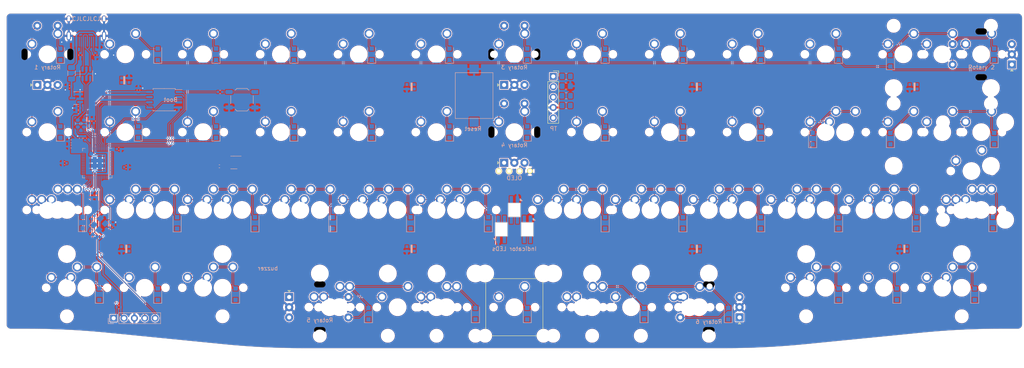
<source format=kicad_pcb>
(kicad_pcb (version 20211014) (generator pcbnew)
  (layers (0 "F.Cu" signal) (31 "B.Cu" signal) (34 "B.Paste" user) (35 "F.Paste" user) (36 "B.SilkS" user "B.Silkscreen") (37 "F.SilkS" user "F.Silkscreen") (38 "B.Mask" user) (39 "F.Mask" user) (44 "Edge.Cuts" user))
  (net 0 "")
  (net 1 "GND")
  (net 2 "/rp2040 components/XTAL_O")
  (net 3 "+5V")
  (net 4 "XTAL_IN")
  (net 5 "+3V3")
  (net 6 "+1V1")
  (net 7 "VBUS")
  (net 8 "ROW0")
  (net 9 "R_row1")
  (net 10 "ROW1")
  (net 11 "Net-(D2-Pad2)")
  (net 12 "ROW2")
  (net 13 "Net-(D3-Pad2)")
  (net 14 "ROW3")
  (net 15 "Net-(D4-Pad2)")
  (net 16 "Net-(D5-Pad2)")
  (net 17 "Net-(D6-Pad2)")
  (net 18 "Net-(D7-Pad2)")
  (net 19 "Net-(D8-Pad2)")
  (net 20 "Net-(D9-Pad2)")
  (net 21 "Net-(D10-Pad2)")
  (net 22 "Net-(D11-Pad2)")
  (net 23 "Net-(D12-Pad2)")
  (net 24 "Net-(D13-Pad2)")
  (net 25 "Net-(D14-Pad2)")
  (net 26 "Net-(D15-Pad2)")
  (net 27 "Net-(D16-Pad2)")
  (net 28 "Net-(D17-Pad2)")
  (net 29 "Net-(D18-Pad2)")
  (net 30 "R_row5")
  (net 31 "Net-(D20-Pad2)")
  (net 32 "Net-(D21-Pad2)")
  (net 33 "Net-(D22-Pad2)")
  (net 34 "Net-(D23-Pad2)")
  (net 35 "Net-(D24-Pad2)")
  (net 36 "R_row3")
  (net 37 "R_row4")
  (net 38 "Net-(D27-Pad2)")
  (net 39 "Net-(D28-Pad2)")
  (net 40 "Net-(D29-Pad2)")
  (net 41 "Net-(D30-Pad2)")
  (net 42 "Net-(D31-Pad2)")
  (net 43 "Net-(D32-Pad2)")
  (net 44 "Net-(D33-Pad2)")
  (net 45 "Net-(D35-Pad2)")
  (net 46 "Net-(D36-Pad2)")
  (net 47 "Net-(D37-Pad2)")
  (net 48 "Net-(D38-Pad2)")
  (net 49 "Net-(D39-Pad2)")
  (net 50 "Net-(D40-Pad2)")
  (net 51 "Net-(D41-Pad2)")
  (net 52 "Net-(D42-Pad2)")
  (net 53 "Net-(D43-Pad2)")
  (net 54 "Net-(D44-Pad2)")
  (net 55 "Net-(D45-Pad2)")
  (net 56 "R_row2")
  (net 57 "Net-(D47-Pad2)")
  (net 58 "Net-(D48-Pad2)")
  (net 59 "Net-(D49-Pad2)")
  (net 60 "RESET")
  (net 61 "SWD")
  (net 62 "SWCLK")
  (net 63 "/rp2040 components/CC1")
  (net 64 "D_USB_P")
  (net 65 "COL0")
  (net 66 "COL1")
  (net 67 "COL2")
  (net 68 "COL3")
  (net 69 "COL4")
  (net 70 "COL5")
  (net 71 "COL7")
  (net 72 "COL9")
  (net 73 "COL11")
  (net 74 "COL12")
  (net 75 "D_USB_N")
  (net 76 "/rp2040 components/CC2")
  (net 77 "D_P")
  (net 78 "/D_+")
  (net 79 "D_N")
  (net 80 "/D_-")
  (net 81 "/rp2040 components/USB_BOOT")
  (net 82 "CS")
  (net 83 "XTAL_OUT")
  (net 84 "R1_A")
  (net 85 "R1_B")
  (net 86 "R2_A")
  (net 87 "R2_B")
  (net 88 "SD1")
  (net 89 "SD2")
  (net 90 "SD0")
  (net 91 "QSPI_CLK")
  (net 92 "SD3")
  (net 93 "Net-(C18-Pad2)")
  (net 94 "R_col6")
  (net 95 "SDA")
  (net 96 "SCL")
  (net 97 "PD5")
  (net 98 "PD2")
  (net 99 "Net-(LED1-Pad2)")
  (net 100 "rgb indicators")
  (net 101 "COL10")
  (net 102 "Net-(LED2-Pad2)")
  (net 104 "COL6")
  (net 105 "COL8")
  (net 106 "Net-(LED4-Pad2)")
  (net 107 "rgb underglow")
  (net 108 "Net-(LED5-Pad2)")
  (net 109 "Net-(LED6-Pad2)")
  (net 110 "Net-(LED7-Pad2)")
  (net 111 "Net-(LED8-Pad2)")
  (net 112 "Net-(LED10-Pad4)")
  (net 115 "Net-(LED10-Pad2)")
  (net 116 "RGB MCU")
  (net 117 "R5_A")
  (net 118 "R5_B")
  (net 119 "R6_A")
  (net 120 "R6_B")
  (footprint "MX_Only:MXOnly-1U-NoLED" (layer "F.Cu") (at 90.4875 96.8375)
    (fp_text reference "SW30(ortho)1")
    (fp_text value "SW_Push_45deg")
  )
  (footprint "MX_Only:MXOnly-1U-NoLED" (layer "F.Cu") (at 242.8875 58.7375)
    (fp_text reference "SW12")
    (fp_text value "SW_Push_45deg")
  )
  (footprint "MX_Only:MXOnly-1U-NoLED" (layer "F.Cu") (at 109.5375 96.8375)
    (fp_text reference "SW31(ortho)1")
    (fp_text value "SW_Push_45deg")
  )
  (footprint "MX_Only:MXOnly-1.75U-NoLED" (layer "F.Cu") (at 130.982566 120.635521)
    (fp_text reference "SW43(1.75)1")
    (fp_text value "SW_Push_45deg")
  )
  (footprint "MX_Only:MXOnly-1U-NoLED" (layer "F.Cu") (at 238.125 115.8875)
    (fp_text reference "SW48")
    (fp_text value "SW_Push_45deg")
  )
  (footprint "MX_Only:MXOnly-1U-NoLED" (layer "F.Cu") (at 157.1625 96.8375)
    (fp_text reference "SW33(1.5stagger)1")
    (fp_text value "SW_Push_45deg")
  )
  (footprint "Keebio-Parts:RotaryEncoder_EC11_Nonplated" (layer "F.Cu") (at 147.6375 58.7375 90)
    (fp_text reference "SW_rotary3")
    (fp_text value "RotaryEncoder_Switch")
  )
  (footprint "MX_Only:MXOnly-3U-ReversedStabilizers-NoLED" (layer "F.Cu") (at 119.0625 120.65)
    (fp_text reference "SW42(3)1")
    (fp_text value "SW_Push_45deg")
  )
  (footprint "MX_Only:MXOnly-1U-NoLED" (layer "F.Cu") (at 128.5875 96.8375)
    (fp_text reference "SW32(ortho)1")
    (fp_text value "SW_Push_45deg")
  )
  (footprint "MX_Only:MXOnly-1U-NoLED" (layer "F.Cu") (at 176.2125 96.8375)
    (fp_text reference "SW34(1.5stagger)1")
    (fp_text value "SW_Push_45deg")
  )
  (footprint "MX_Only:MXOnly-1U-NoLED" (layer "F.Cu") (at 166.6875 77.7875)
    (fp_text reference "SW21")
    (fp_text value "SW_Push_45deg")
  )
  (footprint "MX_Only:MXOnly-1U-NoLED" (layer "F.Cu") (at 57.15 96.8375)
    (fp_text reference "SW28")
    (fp_text value "SW_Push_45deg")
  )
  (footprint "MX_Only:MXOnly-1U-NoLED" (layer "F.Cu") (at 166.6875 58.7375)
    (fp_text reference "SW8")
    (fp_text value "SW_Push_45deg")
  )
  (footprint "MX_Only:MXOnly-1U-NoLED" (layer "F.Cu") (at 61.9125 96.8375)
    (fp_text reference "SW28(1.5stagger)1")
    (fp_text value "SW_Push_45deg")
  )
  (footprint "MX_Only:MXOnly-1.5U-NoLED" (layer "F.Cu") (at 190.5 120.65)
    (fp_text reference "SW46(1.5)1")
    (fp_text value "SW_Push_45deg")
  )
  (footprint "MX_Only:MXOnly-1U-NoLED" (layer "F.Cu") (at 204.7875 77.7875)
    (fp_text reference "SW23")
    (fp_text value "SW_Push_45deg")
  )
  (footprint "MX_Only:MXOnly-1U-NoLED" (layer "F.Cu") (at 219.075 96.8375)
    (fp_text reference "SW36")
    (fp_text value "SW_Push_45deg")
  )
  (footprint "MX_Only:MXOnly-2U-NoLED" (layer "F.Cu") (at 252.4125 58.7375)
    (fp_text reference "SW12(2)1")
    (fp_text value "SW_Push_45deg")
  )
  (footprint "MX_Only:MXOnly-1U-NoLED" (layer "F.Cu") (at 52.3875 77.7875)
    (fp_text reference "SW15")
    (fp_text value "SW_Push_45deg")
  )
  (footprint "MX_Only:MXOnly-1.5U-NoLED" (layer "F.Cu") (at 42.8625 115.8875)
    (fp_text reference "SW39(1.5)1")
    (fp_text value "SW_Push_45deg")
  )
  (footprint "MX_Only:MXOnly-1U-NoLED" (layer "F.Cu") (at 128.5875 58.7375)
    (fp_text reference "SW6")
    (fp_text value "SW_Push_45deg")
  )
  (footprint "MX_Only:MXOnly-1.5U-NoLED" (layer "F.Cu") (at 252.4125 115.8875)
    (fp_text reference "SW49(1.5)1")
    (fp_text value "SW_Push_45deg")
  )
  (footprint "MX_Only:MXOnly-1U-NoLED" (layer "F.Cu") (at 114.3 96.8375)
    (fp_text reference "SW31")
    (fp_text value "SW_Push_45deg")
  )
  (footprint "MX_Only:MXOnly-1U-NoLED" (layer "F.Cu") (at 233.3625 96.8375)
    (fp_text reference "SW37(1.5stagger)1")
    (fp_text value "SW_Push_45deg")
  )
  (footprint "MX_Only:MXOnly-1.25U-NoLED" (layer "F.Cu") (at 259.588 96.8375)
    (fp_text reference "SW38(1.25)1")
    (fp_text value "SW_Push_45deg")
  )
  (footprint "MX_Only:MXOnly-1U-NoLED" (layer "F.Cu") (at 219.075 115.8875)
    (fp_text reference "SW47")
    (fp_text value "SW_Push_45deg")
  )
  (footprint "MX_Only:MXOnly-1U-NoLED" (layer "F.Cu") (at 33.3375 58.7375)
    (fp_text reference "SW1")
    (fp_text value "SW_Push_45deg")
  )
  (footprint "MX_Only:MXOnly-ISO-NoLED" (layer "F.Cu") (at 259.55625 87.3125)
    (fp_text reference "SW26(ISO)1")
    (fp_text value "SW_Push_45deg")
  )
  (footprint "MX_Only:MXOnly-1U-NoLED" (layer "F.Cu") (at 242.8875 96.8375)
    (fp_text reference "SW37(ortho)1")
    (fp_text value "SW_Push_45deg")
  )
  (footprint "MX_Only:MXOnly-1.5U-NoLED" (layer "F.Cu") (at 71.4375 115.8875)
    (fp_text reference "SW41(1.5)1")
    (fp_text value "SW_Push_45deg")
  )
  (footprint "MX_Only:MXOnly-1U-NoLED" (layer "F.Cu") (at 33.3375 96.8375)
    (fp_text reference "SW27(ortho)1")
    (fp_text value "SW_Push_45deg")
  )
  (footprint "MX_Only:MXOnly-1.5U-NoLED" (layer "F.Cu") (at 257.175 96.8375)
    (fp_text reference "SW38(1.5)1")
    (fp_text value "SW_Push_45deg")
  )
  (footprint "Keebio-Parts:RotaryEncoder_EC11_Nonplated" (layer "F.Cu") (at 261.9375 58.7375 180)
    (fp_text reference "SW_rotary2")
    (fp_text value "RotaryEncoder_Switch")
  )
  (footprint "Keebio-Parts:RotaryEncoder_EC11_Nonplated" (layer "F.Cu") (at 195.2625 120.65 180)
    (fp_text reference "SW_rotary6")
    (fp_text value "RotaryEncoder_Switch")
  )
  (footprint "MX_Only:MXOnly-1U-NoLED" (layer "F.Cu") (at 185.7375 58.7375)
    (fp_text reference "SW9")
    (fp_text value "SW_Push_45deg")
  )
  (footprint "MX_Only:MXOnly-1U-NoLED" (layer "F.Cu") (at 161.925 96.8375)
    (fp_text reference "SW33")
    (fp_text value "SW_Push_45deg")
  )
  (footprint "MX_Only:MXOnly-2U-ReversedStabilizers-NoLED" (layer "F.Cu") (at 128.5875 120.65)
    (fp_text reference "SW43(2)1")
    (fp_text value "SW_Push_45deg")
  )
  (footprint "CherryMX_4.00u:CherryMX_4.00u" (layer "F.Cu") (at 147.6375 120.65)
    (fp_text reference "SW44(4)1" hide)
    (fp_text value "SW_Push_45deg")
  )
  (footprint "MX_Only:MXOnly-1U-NoLED" (layer "F.Cu") (at 166.6875 96.8375)
    (fp_text reference "SW33(ortho)1")
    (fp_text value "SW_Push_45deg")
  )
  (footprint "MX_Only:MXOnly-1U-NoLED" (layer "F.Cu") (at 204.7875 58.7375)
    (fp_text reference "SW10")
    (fp_text value "SW_Push_45deg")
  )
  (footprint "MX_Only:MXOnly-1U-NoLED" (layer "F.Cu") (at 109.5375 77.7875)
    (fp_text reference "SW18")
    (fp_text value "SW_Push_45deg")
  )
  (footprint "MX_Only:MXOnly-1U-NoLED" (layer "F.Cu") (at 185.7375 96.8375)
    (fp_text reference "SW34(ortho)1")
    (fp_text value "SW_Push_45deg")
  )
  (footprint "MX_Only:MXOnly-1U-NoLED" (layer "F.Cu") (at 223.8375 96.8375)
    (fp_text reference "SW36(ortho)1")
    (fp_text value "SW_Push_45deg")
  )
  (footprint "Keebio-Parts:RotaryEncoder_EC11_Nonplated" (layer "F.Cu") (at 100.0125 120.65)
    (fp_text reference "SW_rotary5")
    (fp_text value "RotaryEncoder_Switch")
  )
  (footprint "MX_Only:MXOnly-1U-NoLED" (layer "F.Cu") (at 52.3875 58.7375)
    (fp_text reference "SW2")
    (fp_text value "SW_Push_45deg")
  )
  (footprint "MX_Only:MXOnly-1U-NoLED" (layer "F.Cu") (at 261.9375 96.8375)
    (fp_text reference "SW38(ortho)1")
    (fp_text value "SW_Push_45deg")
  )
  (footprint "MX_Only:MXOnly-1U-NoLED" (layer "F.Cu") (at 180.975 96.8375)
    (fp_text reference "SW34")
    (fp_text value "SW_Push_45deg")
  )
  (footprint "MX_Only:MXOnly-1U-NoLED" (layer "F.Cu") (at 90.4875 58.7375)
    (fp_text reference "SW4")
    (fp_text value "SW_Push_45deg")
  )
  (footprint "MX_Only:MXOnly-1U-NoLED" (layer "F.Cu") (at 261.9375 58.7375)
    (fp_text reference "SW13")
    (fp_text value "SW_Push_45deg")
  )
  (footprint "MX_Only:MXOnly-1U-NoLED" (layer "F.Cu") (at 204.7875 96.8375)
    (fp_text reference "SW35(ortho)1")
    (fp_text value "SW_Push_45deg")
  )
  (footprint "MX_Only:MXOnly-1U-NoLED" (layer "F.Cu") (at 133.35 96.8375)
    (fp_text reference "SW32")
    (fp_text value "SW_Push_45deg")
  )
  (footprint "MX_Only:MXOnly-1U-NoLED" (layer "F.Cu") (at 71.4375 96.8375)
    (fp_text reference "SW29(ortho)1")
    (fp_text value "SW_Push_45deg")
  )
  (footprint "MX_Only:MXOnly-1U-NoLED" (layer "F.Cu") (at 100.0125 96.8375)
    (fp_text reference "SW30(1.5stagger)1")
    (fp_text value "SW_Push_45deg")
  )
  (footprint "MX_Only:MXOnly-1U-NoLED" (layer "F.Cu") (at 80.9625 96.8375)
    (fp_text reference "SW29(1.5stagger)1")
    (fp_text value "SW_Push_45deg")
  )
  (footprint "MX_Only:MXOnly-2U-ReversedStabilizers-NoLED" (layer "F.Cu") (at 166.6875 120.65)
    (fp_text reference "SW45(2)1")
    (fp_text value "SW_Push_45deg")
  )
  (footprint "MX_Only:MXOnly-1.25U-NoLED" (layer "F.Cu") (at 192.895066 120.635521)
    (fp_text reference "SW46(1.25)1")
    (fp_text value "SW_Push_45deg")
  )
  (footprint "kbd:OLED_v2" (layer "F.Cu") (at 147.6375 87.3125)
    (fp_text reference "OL1")
    (fp_text value "OLED" hide)
  )
  (footprint "MX_Only:MXOnly-1U-NoLED" (layer "F.Cu") (at 71.4375 77.7875)
    (fp_text reference "SW16")
    (fp_text value "SW_Push_45deg")
  )
  (footprint "MX_Only:MXOnly-1U-NoLED" (layer "F.Cu") (at 242.8875 77.7875)
    (fp_text reference "SW25")
    (fp_text value "SW_Push_45deg")
  )
  (footprint "MX_Only:MXOnly-3U-ReversedStabilizers-NoLED" (layer "F.Cu") (at 176.2125 120.65)
    (fp_text reference "SW46(3)1")
    (fp_text value "SW_Push_45deg")
  )
  (footprint "MX_Only:MXOnly-1U-NoLED" (layer "F.Cu") (at 38.1 115.8875)
    (fp_text reference "SW39")
    (fp_text value "SW_Push_45deg")
  )
  (footprint "MX_Only:MXOnly-1U-NoLED" (layer "F.Cu") (at 128.5875 77.7875)
    (fp_text reference "SW19")
    (fp_text value "SW_Push_45deg")
  )
  (footprint "Connector_PinSocket_2.54mm:PinSocket_1x05_P2.54mm_Vertical" (layer "F.Cu") (at 157.1625 64.135)
    (fp_text reference "J2" hide)
    (fp_text value "SWD")
  )
  (footprint "MX_Only:MXOnly-6U-Centered-ReversedStabilizers-NoLED" (layer "F.Cu") (at 147.6375 120.65)
    (fp_text reference "SW44(6)1")
    (fp_text value "SW_Push_45deg")
  )
  (footprint "MX_Only:MXOnly-1U-NoLED" (layer "F.Cu") (at 200.025 96.8375)
    (fp_text reference "SW35")
    (fp_text value "SW_Push_45deg")
  )
  (footprint "MX_Only:MXOnly-1U-NoLED" (layer "F.Cu") (at 238.125 96.8375)
    (fp_text reference "SW37")
    (fp_text value "SW_Push_45deg")
  )
  (footprint "MX_Only:MXOnly-1U-NoLED" (layer "F.Cu") (at 147.6375 77.7875)
    (fp_text reference "SW20")
    (fp_text value "SW_Push_45deg")
  )
  (footprint "MX_Only:MXOnly-1U-NoLED" (layer "F.Cu") (at 223.8375 58.7375)
    (fp_text reference "SW11")
    (fp_text value "SW_Push_45deg")
  )
  (footprint "MX_Only:MXOnly-1.5U-NoLED" (layer "F.Cu") (at 228.6 77.7875)
    (fp_text reference "SW24(1.5)1")
    (fp_text value "SW_Push_45deg")
  )
  (footprint "MX_Only:MXOnly-1U-NoLED" (layer "F.Cu") (at 147.6375 58.7375)
    (fp_text reference "SW7")
    (fp_text value "SW_Push_45deg")
  )
  (footprint "MX_Only:MXOnly-1U-NoLED" (layer "F.Cu") (at 57.15 115.8875)
    (fp_text reference "SW40")
    (fp_text value "SW_Push_45deg")
  )
  (footprint "MX_Only:MXOnly-2U-NoLED" (layer "F.Cu") (at 252.4125 77.7875)
    (fp_text reference "SW26(2)1")
    (fp_text value "SW_Push_45deg")
  )
  (footprint "MX_Only:MXOnly-3U-ReversedStabilizers-NoLED" (layer "F.Cu") (at 238.125 115.8875)
    (fp_text reference "SW48(3)1")
    (fp_text value "SW_Push_45deg")
  )
  (footprint "Keebio-Parts:RotaryEncoder_EC11_Nonplated" (layer "F.Cu") (at 33.3375 58.7375 90)
    (fp_text reference "SW_rotary1")
    (fp_text value "RotaryEncoder_Switch")
  )
  (footprint "Keebio-Parts:RotaryEncoder_EC11_Nonplated" (layer "F.Cu") (at 147.6375 77.7875 90)
    (fp_text reference "SW_rotary4")
    (fp_text value "RotaryEncoder_Switch")
  )
  (footprint "MX_Only:MXOnly-1U-NoLED" (layer "F.Cu") (at 214.3125 96.8375)
    (fp_text reference "SW36(1.5stagger)1")
    (fp_text value "SW_Push_45deg")
  )
  (footprint "MX_Only:MXOnly-1U-NoLED" (layer "F.Cu") (at 109.5375 58.7375)
    (fp_text reference "SW5")
    (fp_text value "SW_Push_45deg")
  )
  (footprint "MX_Only:MXOnly-3U-ReversedStabilizers-NoLED" (layer "F.Cu") (at 147.6375 120.65)
    (fp_text reference "SW44(3)1")
    (fp_text value "SW_Push_45deg")
  )
  (footprint "MX_Only:MXOnly-1U-NoLED" (layer "F.Cu") (at 185.7375 77.7875)
    (fp_text reference "SW22")
    (fp_text value "SW_Push_45deg")
  )
  (footprint "MX_Only:MXOnly-1.5U-NoLED" (layer "F.Cu") (at 38.1 96.8375)
    (fp_text reference "SW27(1.5)1")
    (fp_text value "SW_Push_45deg")
  )
  (footprint "MX_Only:MXOnly-1.25U-NoLED" (layer "F.Cu") (at 102.407566 120.635521)
    (fp_text reference "SW42(1.25)1")
    (fp_text value "SW_Push_45deg")
  )
  (footprint "MX_Only:MXOnly-1.5U-NoLED" (layer "F.Cu") (at 104.775 120.65)
    (fp_text reference "SW42(1.5)1")
    (fp_text value "SW_Push_45deg")
  )
  (footprint "MX_Only:MXOnly-1.25U-NoLED" (layer "F.Cu") (at 35.736621 96.820487)
    (fp_text reference "SW27(1.25)1")
    (fp_text value "SW_Push_45deg")
  )
  (footprint "MX_Only:MXOnly-1U-NoLED" (layer "F.Cu") (at 257.175 115.8875)
    (fp_text reference "SW49")
    (fp_text value "SW_Push_45deg")
  )
  (footprint "MX_Only:MXOnly-1U-NoLED" (layer "F.Cu") (at 261.9375 77.7875)
    (fp_text reference "SW26")
    (fp_text value "SW_Push_45deg")
  )
  (footprint "MX_Only:MXOnly-1U-NoLED" (layer "F.Cu") (at 52.3875 96.8375)
    (fp_text reference "SW28(ortho)1")
    (fp_text value "SW_Push_45deg")
  )
  (footprint "MX_Only:MXOnly-1U-NoLED" (layer "F.Cu") (at 223.8375 77.7875)
    (fp_text reference "SW24")
    (fp_text value "SW_Push_45deg")
  )
  (footprint "MX_Only:MXOnly-1U-NoLED" (layer "F.Cu") (at 90.4875 77.7875)
    (fp_text reference "SW17")
    (fp_text value "SW_Push_45deg")
  )
  (footprint "MX_Only:MXOnly-3U-ReversedStabilizers-NoLED" (layer "F.Cu") (at 57.15 115.8875)
    (fp_text reference "SW40(3)1")
    (fp_text value "SW_Push_45deg")
  )
  (footprint "MX_Only:MXOnly-1U-NoLED" (layer "F.Cu") (at 71.4375 58.7375)
    (fp_text reference "SW3")
    (fp_text value "SW_Push_45deg")
  )
  (footprint "MX_Only:MXOnly-1.75U-NoLED" (layer "F.Cu") (at 164.320066 120.635521)
    (fp_text reference "SW45(1.75)1")
    (fp_text value "SW_Push_45deg")
  )
  (footprint "MX_Only:MXOnly-1U-NoLED" (layer "F.Cu") (at 33.3375 77.7875)
    (fp_text reference "SW14")
    (fp_text value "SW_Push_45deg")
  )
  (footprint "MX_Only:MXOnly-1U-NoLED" (layer "F.Cu") (at 76.2 115.8875)
    (fp_text reference "SW41")
    (fp_text value "SW_Push_45deg")
  )
  (footprint "MX_Only:MXOnly-1.5U-NoLED" (layer "F.Cu") (at 223.8375 115.8875)
    (fp_text reference "SW47(1.5)1")
    (fp_text value "SW_Push_45deg")
  )
  (footprint "MX_Only:MXOnly-1U-NoLED" (layer "F.Cu") (at 195.2625 96.8375)
    (fp_text reference "SW35(1.5stagger)1")
    (fp_text value "SW_Push_45deg")
  )
  (footprint "MX_Only:MXOnly-1U-NoLED" (layer "F.Cu") (at 95.25 96.8375)
    (fp_text reference "SW30")
    (fp_text value "SW_Push_45deg")
  )
  (footprint "MX_Only:MXOnly-1U-NoLED" (layer "F.Cu") (at 138.1125 96.8375)
    (fp_text reference "SW32(1.5stagger)1")
    (fp_text value "SW_Push_45deg")
  )
  (footprint "MX_Only:MXOnly-1U-NoLED" (layer "F.Cu") (at 119.0625 96.8375)
    (fp_text reference "SW31(1.5stagger)1")
    (fp_text value "SW_Push_45deg")
  )
  (footprint "MX_Only:MXOnly-1U-NoLED" (layer "F.Cu") (at 76.2 96.8375)
    (fp_text reference "SW29")
    (fp_text value "SW_Push_45deg")
  )
  (footprint "Diode_SMD:D_SOD-123F" (layer "B.Cu") (at 188.9125 77.7875 90)
    (fp_text reference "D32" hide)
    (fp_text value "D_Small")
  )
  (footprint "Keebio-Parts:SW_SPST_TL3342" (layer "B.Cu") (at 80.9625 69.85)
    (fp_text reference "SW27" hide)
    (fp_text value "SW_Push")
  )
  (footprint "Keebio-Parts:SK6812-MINI-E" (layer "B.Cu") (at 147.6375 96.8375 90)
    (fp_text reference "LED2" hide)
    (fp_text value "YS-SK6812MINI-E" hide)
    (fp_line (start 1.7 -1.5) (end -1.7 -1.5) (layer "Edge.Cuts") (width 0.12))
    (fp_line (start -1.7 -1.5) (end -1.7 1.5) (layer "Edge.Cuts") (width 0.12))
    (fp_line (start -1.7 1.5) (end 1.7 1.5) (layer "Edge.Cuts") (width 0.12))
    (fp_line (start 1.7 1.5) (end 1.7 -1.5) (layer "Edge.Cuts") (width 0.12))
  )
  (footprint "Diode_SMD:D_SOD-123F" (layer "B.Cu") (at 36.5125 77.7875 90)
    (fp_text reference "D2" hide)
    (fp_text value "D_Small")
  )
  (footprint "Resistor_SMD:R_0402_1005Metric" (layer "B.Cu") (at 44.45 98.679 45)
    (fp_text reference "R7" hide)
    (fp_text value "1k")
  )
  (footprint "CrumpPrints:WS2812-2020" (layer "B.Cu") (at 192.0875 106.3625)
    (fp_text reference "LED8" hide)
    (fp_text value "YS-SK6812MINI-E")
  )
  (footprint "Diode_SMD:D_SOD-123F" (layer "B.Cu") (at 84.1375 100.0125 90)
    (fp_text reference "D11" hide)
    (fp_text value "D_Small")
  )
  (footprint "Capacitor_SMD:C_0402_1005Metric" (layer "B.Cu") (at 49.022 100.838 -135)
    (fp_text reference "C2" hide)
    (fp_text value "22pF")
  )
  (footprint "Diode_SMD:D_SOD-123F" (layer "B.Cu") (at 74.6125 58.7375 90)
    (fp_text reference "D9" hide)
    (fp_text value "D_Small")
  )
  (footprint "Diode_SMD:D_SOD-123F" (layer "B.Cu") (at 65.0875 100.0125 90)
    (fp_text reference "D7" hide)
    (fp_text value "D_Small")
  )
  (footprint "Capacitor_SMD:C_0402_1005Metric" (layer "B.Cu") (at 42.546 79.2855 90)
    (fp_text reference "C10" hide)
    (fp_text value "1uF")
  )
  (footprint "Capacitor_SMD:C_0402_1005Metric" (layer "B.Cu") (at 44.2605 93.2555 -90)
    (fp_text reference "C14" hide)
    (fp_text value "100nF")
  )
  (footprint "Diode_SMD:D_SOD-123F" (layer "B.Cu") (at 150.8125 122.2375 90)
    (fp_text reference "D24" hide)
    (fp_text value "D_Small")
  )
  (footprint "Resistor_SMD:R_0805_2012Metric_Pad1.20x1.40mm_HandSolder" (layer "B.Cu") (at 160.3375 66.51625)
    (fp_text reference "UR1" hide)
    (fp_text value "100k")
  )
  (footprint "Diode_SMD:D_SOD-123F" (layer "B.Cu") (at 239.7125 60.325 90)
    (fp_text reference "D42" hide)
    (fp_text value "D_Small")
  )
  (footprint "Diode_SMD:D_SOD-123F" (layer "B.Cu") (at 246.0625 100.0125 90)
    (fp_text reference "D44" hide)
    (fp_text value "D_Small")
  )
  (footprint "Diode_SMD:D_SOD-123F" (layer "B.Cu") (at 60.325 58.7375 90)
    (fp_text reference "D5" hide)
    (fp_text value "D_Small")
  )
  (footprint "Diode_SMD:D_SOD-123F" (layer "B.Cu") (at 138.1125 122.2375 90)
    (fp_text reference "D23" hide)
    (fp_text value "D_Small")
  )
  (footprint "Diode_SMD:D_SOD-123F" (layer "B.Cu") (at 260.35 117.475 90)
    (fp_text reference "D49" hide)
    (fp_text value "D_Small")
  )
  (footprint "Capacitor_SMD:C_0402_1005Metric" (layer "B.Cu") (at 44.069 102.362 135)
    (fp_text reference "C1" hide)
    (fp_text value "22pF")
  )
  (footprint "Diode_SMD:D_SOD-123F" (layer "B.Cu") (at 150.8125 58.7375 90)
    (fp_text reference "D25" hide)
    (fp_text value "D_Small")
  )
  (footprint "Keebio-Parts:AST1109MLTRQ" (layer "B.Cu") (at 137.795 68.834 90)
    (fp_text reference "LS1" hide)
    (fp_text value "Speaker")
  )
  (footprint "Capacitor_SMD:C_0402_1005Metric" (layer "B.Cu") (at 40.894 72.898 180)
    (fp_text reference "C5" hide)
    (fp_text value "1uF")
  )
  (footprint "Diode_SMD:D_SOD-123F" (layer "B.Cu") (at 93.6625 58.7375 90)
    (fp_text reference "D13" hide)
    (fp_text value "D_Small")
  )
  (footprint "Diode_SMD:D_SOD-123F" (layer "B.Cu") (at 220.6625 79.375 90)
    (fp_text reference "D39" hide)
    (fp_text value "D_Small")
  )
  (footprint "Capacitor_SMD:C_0805_2012Metric_Pad1.18x1.45mm_HandSolder" (layer "B.Cu") (at 160.3375 68.8975 180)
    (fp_text reference "C18" hide)
    (fp_text value "2.2uF")
  )
  (footprint "Capacitor_SMD:C_0402_1005Metric" (layer "B.Cu") (at 75.438 86.1568 180)
    (fp_text reference "C19" hide)
    (fp_text value "100nF")
  )
  (footprint "Diode_SMD:D_SOD-123F" (layer "B.Cu") (at 111.91875 122.2375 90)
    (fp_text reference "D19" hide)
    (fp_text value "D_Small")
  )
  (footprint "CrumpPrints:WS2812-2020" (layer "B.Cu") (at 122.2375 66.675)
    (fp_text reference "LED4" hide)
    (fp_text value "YS-SK6812MINI-E")
  )
  (footprint "Package_TO_SOT_SMD:TSOT-23-5" (layer "B.Cu") (at 78.971353 85.216696 180)
    (fp_text reference "U5" hide)
    (fp_text value "74AHCT1G125")
  )
  (footprint "Crystal:Crystal_SMD_3225-4Pin_3.2x2.5mm" (layer "B.Cu") (at 46.101 100.33 45)
    (fp_text reference "Y1" hide)
    (fp_text value "12MHz")
  )
  (footprint "Package_TO_SOT_SMD:SOT-23" (layer "B.Cu") (at 40.386 69.469 180)
    (fp_text reference "U3" hide)
    (fp_text value "XC6206PxxxMR")
  )
  (footprint "Capacitor_SMD:C_0402_1005Metric" (layer "B.Cu") (at 39.117 80.0475 180)
    (fp_text reference "C16" hide)
    (fp_text value "100nF")
  )
  (footprint "Diode_SMD:D_SOD-123F" (layer "B.Cu") (at 265.1125 58.7375 90)
    (fp_text reference "D46" hide)
    (fp_text value "D_Small")
  )
  (footprint "Diode_SMD:D_SOD-123F" (layer "B.Cu") (at 131.7625 77.7875 90)
    (fp_text reference "D21" hide)
    (fp_text value "D_Small")
  )
  (footprint "Capacitor_SMD:C_0402_1005Metric" (layer "B.Cu") (at 52.579 86.3975)
    (fp_text reference "C13" hide)
    (fp_text value "100nF")
  )
  (footprint "Diode_SMD:D_SOD-123F" (layer "B.Cu") (at 264.795 99.949 90)
    (fp_text reference "D48" hide)
    (fp_text value "D_Small")
  )
  (footprint "Diode_SMD:D_SOD-123F" (layer "B.Cu") (at 227.0125 100.0125 90)
    (fp_text reference "D40" hide)
    (fp_text value "D_Small")
  )
  (footprint "Diode_SMD:D_SOD-123F" (layer "B.Cu") (at 207.9625 58.7375 90)
    (fp_text reference "D35" hide)
    (fp_text value "D_Small")
  )
  (footprint "CrumpPrints:WS2812-2020" (layer "B.Cu") (at 245.364 66.675)
    (fp_text reference "LED6" hide)
    (fp_text value "YS-SK6812MINI-E")
  )
  (footprint "Diode_SMD:D_SOD-123F" (layer "B.Cu") (at 150.8125 77.7875 90)
    (fp_text reference "D26" hide)
    (fp_text value "D_Small")
  )
  (footprint "Resistor_SMD:R_0402_1005Metric" (layer "B.Cu") (at 50.8 120.65 180)
    (fp_text reference "R3" hide)
    (fp_text value "1k")
  )
  (footprint "Diode_SMD:D_SOD-123F" (layer "B.Cu") (at 141.2875 100.0125 90)
    (fp_text reference "D22" hide)
    (fp_text value "D_Small")
  )
  (footprint "Diode_SMD:D_SOD-123F" (layer "B.Cu") (at 93.6625 77.7875 90)
    (fp_text reference "D14" hide)
    (fp_text value "D_Small")
  )
  (footprint "Keebio-Parts:SK6812-MINI-E" (layer "B.Cu") (at 150.8125 101.6 90)
    (fp_text reference "LED3" hide)
    (fp_text value "YS-SK6812MINI-E" hide)
    (fp_line (start 1.7 1.5) (end 1.7 -1.5) (layer "Edge.Cuts") (width 0.12))
    (fp_line (start 1.7 -1.5) (end -1.7 -1.5) (layer "Edge.Cuts") (width 0.12))
    (fp_line (start -1.7 1.5) (end 1.7 1.5) (layer "Edge.Cuts") (width 0.12))
    (fp_line (start -1.7 -1.5) (end -1.7 1.5) (layer "Edge.Cuts") (width 0.12))
  )
  (footprint "Resistor_SMD:R_0805_2012Metric_Pad1.20x1.40mm_HandSolder" (layer "B.Cu") (at 160.3375 64.135)
    (fp_text reference "UR2" hide)
    (fp_text value "4.7k")
  )
  (footprint "Capacitor_SMD:C_0402_1005Metric" (layer "B.Cu") (at 41.53 79.2855 90)
    (fp_text reference "C7" hide)
    (fp_text value "1uF")
  )
  (footprint "Capacitor_SMD:C_0402_1005Metric" (layer "B.Cu") (at 43.688 75.085 90)
    (fp_text reference "C15" hide)
    (fp_text value "100nF")
  )
  (footprint "Resistor_SMD:R_0603_1608Metric" (layer "B.Cu") (at 40.767 75.692 -90)
    (fp_text reference "R2" hide)
    (fp_text value "27R")
  )
  (footprint "Resistor_SMD:R_0402_1005Metric" (layer "B.Cu") (at 75.597999 67.952227 180)
    (fp_text reference "R6" hide)
    (fp_text value "1k")
  )
  (footprint "Diode_SMD:D_SOD-123F" (layer "B.Cu") (at 207.9625 77.7875 90)
    (fp_text reference "D36" hide)
    (fp_text value "D_Small")
  )
  (footprint "Diode_SMD:D_SOD-123F" (layer "B.Cu") (at 55.5625 77.7875 90)
    (fp_text reference "D6" hide)
    (fp_text value "D_Small")
  )
  (footprint "Package_SO:SOIC-8_5.23x5.23mm_P1.27mm" (layer "B.Cu") (at 61.9125 69.85 180)
    (fp_text reference "U2" hide)
    (fp_text value "W25Q128JVS")
  )
  (footprint "Capacitor_SMD:C_0402_1005Metric" (layer "B.Cu") (at 55.626 67.5005 90)
    (fp_text reference "C3" hide)
    (fp_text value "100nF")
  )
  (footprint "Capacitor_SMD:C_0402_1005Metric" (layer "B.Cu") (at 39.117 81.3175 180)
    (fp_text reference "C8" hide)
    (fp_text value "100nF")
  )
  (footprint "Diode_SMD:D_SOD-123F" (layer "B.Cu") (at 207.9625 100.0125 90)
    (fp_text reference "D37" hide)
    (fp_text value "D_Small")
  )
  (footprint "Diode_SMD:D_SOD-123F" (layer "B.Cu") (at 227.0125 58.7375 90)
    (fp_text reference "D38" hide)
    (fp_text value "D_Small")
  )
  (footprint "Resistor_SMD:R_0603_1608Metric" (layer "B.Cu") (at 42.291 75.692 -90)
    (fp_text reference "R1" hide)
    (fp_text value "27R")
  )
  (footprint "Diode_SMD:D_SOD-123F" (layer "B.Cu") (at 188.9125 58.7375 90)
    (fp_text reference "D31" hide)
    (fp_text value "D_Small")
  )
  (footprint "Diode_SMD:D_SOD-123F" (layer "B.Cu") (at 265.1125 79.375 90)
    (fp_text reference "D47" hide)
    (fp_text value "D_Small")
  )
  (footprint "Capacitor_SMD:C_0402_1005Metric" (layer "B.Cu") (at 45.4035 93.2555 -90)
    (fp_text reference "C9" hide)
    (fp_text value "100nF")
  )
  (footprint "Diode_SMD:D_SOD-123F" (layer "B.Cu") (at 131.7625 58.7375 90)
    (fp_text reference "D20" hide)
    (fp_text value "D_Small")
  )
  (footprint "Package_TO_SOT_SMD:SOT-23-6" (layer "B.Cu") (at 42.8625 63.5 90)
    (fp_text reference "U4" hide)
    (fp_text value "USBLC6-2SC6")
  )
  (footprint "Fuse:Fuse_1206_3216Metric" (layer "B.Cu") (at 39.243 63.373 -90)
    (fp_text reference "F1" hide)
    (fp_text value "500mA")
  )
  (footprint "Capacitor_SMD:C_0402_1005Metric" (layer "B.Cu") (at 40.894 71.882 180)
    (fp_text reference "C6" hide)
    (fp_text value "10uF")
  )
  (footprint "Diode_SMD:D_SOD-123F" (layer "B.Cu") (at 112.7125 77.7875 90)
    (fp_text reference "D17" hide)
    (fp_text value "D_Small")
  )
  (footprint "Capacitor_SMD:C_0402_1005Metric" (layer "B.Cu") (at 38.735 66.675 180)
    (fp_text reference "C4" hide)
    (fp_text value "1uF")
  )
  (footprint "CrumpPrints:WS2812-2020" (layer "B.Cu") (at 192.0875 66.675)
    (fp_text reference "LED5" hide)
    (fp_text value "YS-SK6812MINI-E")
  )
  (footprint "Diode_SMD:D_SOD-123F" (layer "B.Cu") (at 169.8625 100.0125 90)
    (fp_text reference "D29" hide)
    (fp_text value "D_Small")
  )
  (footprint "Diode_SMD:D_SOD-123F" (layer "B.Cu") (at 60.325 117.475 90)
    (fp_text reference "D8" hide)
    (fp_text value "D_Small")
  )
  (footprint "CrumpPrints:WS2812-2020" (layer "B.Cu") (at 122.2375 106.3625)
    (fp_text reference "LED9" hide)
    (fp_text value "YS-SK6812MINI-E")
  )
  (footprint "Resistor_SMD:R_0402_1005Metric" (layer "B.Cu") (at 41.402 58.928 -90)
    (fp_text reference "R4" hide)
    (fp_text value "5k1")
  )
  (footprint "Type-C:HRO-TYPE-C-31-M-12-HandSoldering" (layer "B.Cu") (at 42.8625 47.436838)
    (fp_text reference "USB1" hide)
    (fp_text value "HRO-TYPE-C-31-M-12")
  )
  (footprint "Diode_SMD:D_SOD-123F" (layer "B.Cu") (at 227.0125 117.475 90)
    (fp_text reference "D41" hide)
    (fp_text value "D_Small")
  )
  (footprint "Diode_SMD:D_SOD-123F" (layer "B.Cu") (at 41.91 99.949 90)
    (fp_text reference "D3" hide)
    (fp_text value "D_Small")
  )
  (footprint "Resistor_SMD:R_0402_1005Metric" (layer "B.Cu") (at 45.085 58.928 -90)
    (fp_text reference "R5" hide)
    (fp_text value "5k1")
  )
  (footprint "CrumpPrints:WS2812-2020" (layer "B.Cu") (at 52.3875 106.3625)
    (fp_text reference "LED10" hide)
    (fp_text value "YS-SK6812MINI-E")
  )
  (footprint "Keebio-Parts:SK6812-MINI-E" (layer "B.Cu") (at 144.4625 101.6 -90)
    (fp_text reference "LED1" hide)
    (fp_text value "YS-SK6812MINI-E" hide)
    (fp_line (start 1.7 1.5) (end 1.7 -1.5) (layer "Edge.Cuts") (width 0.12))
    (fp_line (start -1.7 -1.5) (end -1.7 1.5) (layer "Edge.Cuts") (width 0.12))
    (fp_line (start -1.7 1.5) (end 1.7 1.5) (layer "Edge.Cuts") (width 0.12))
    (fp_line (start 1.7 -1.5) (end -1.7 -1.5) (layer "Edge.Cuts") (width 0.12))
  )
  (footprint "Diode_SMD:D_SOD-123F" (layer "B.Cu") (at 46.0375 117.475 90)
    (fp_text reference "D4" hide)
    (fp_text value "D_Small")
  )
  (footprint "Diode_SMD:D_SOD-123F" (layer "B.Cu") (at 36.5125 58.7375 90)
    (fp_text reference "D1" hide)
    (fp_text value "D_Small")
  )
  (footprint "CrumpPrints:WS2812-2020" (layer "B.Cu") (at 242.8875 106.3625)
    (fp_text reference "LED7" hide)
    (fp_text value "YS-SK6812MINI-E")
  )
  (footprint "Diode_SMD:D_SOD-123F" (layer "B.Cu") (at 200.025 122.2375 90)
    (fp_text reference "D34" hide)
    (fp_text value "D_Small")
  )
  (footprint "Capacitor_SMD:C_0402_1005Metric" (layer "B.Cu") (at 37.54725 85.3815 180)
    (fp_text reference "C11" hide)
    (fp_text value "100nF")
  )
  (footprint "Diode_SMD:D_SOD-123F" (layer "B.Cu") (at 179.3875 122.2375 90)
    (fp_text reference "D30" hide)
    (fp_text value "D_Small")
  )
  (footprint "Capacitor_SMD:C_0402_1005Metric" (layer "B.Cu") (at 44.704 75.085 90)
    (fp_text reference "C12" hide)
    (fp_text value "100nF")
  )
  (footprint "Diode_SMD:D_SOD-123F" (layer "B.Cu") (at 122.2375 100.0125 90)
    (fp_text reference "D18" hide)
    (fp_text value "D_Small")
  )
  (footprint "Diode_SMD:D_SOD-123F" (layer "B.Cu") (at 241.3 117.475 90)
    (fp_text reference "D45" hide)
    (fp_text value "D_Small")
  )
  (footprint "Diode_SMD:D_SOD-123F" (layer "B.Cu") (at 188.9125 100.0125 90)
    (fp_text reference "D33" hide)
    (fp_text value "D_Small")
  )
  (footprint "Diode_SMD:D_SOD-123F" (layer "B.Cu") (at 74.6125 77.7875 90)
    (fp_text reference "D10" hide)
    (fp_text value "D_Small")
  )
  (footprint "Diode_SMD:D_SOD-123F" (layer "B.Cu") (at 169.8625 58.7375 90)
    (fp_text reference "D27" hide)
    (fp_text value "D_Small")
  )
  (footprint "Diode_SMD:D_SOD-123F" (layer "B.Cu") (at 79.375 117.475 90)
    (fp_text reference "D12" hide)
    (fp_text value "D_Small")
  )
  (footprint "Diode_SMD:D_SOD-123F" (layer "B.Cu") (at 103.1875 100.0125 90)
    (fp_text reference "D15" hide)
    (fp_text value "D_Small")
  )
  (footprint "Sleep-lib:RP2040-QFN-56" (layer "B.Cu") (at 45.5305 85.3815 180)
    (fp_text reference "U1" hide)
    (fp_text value "RP2040")
  )
  (footprint "Diode_SMD:D_SOD-123F" (layer "B.Cu") (at 112.7125 58.7375 90)
    (fp_text reference "D16" hide)
    (fp_text value "D_Small")
  )
  (footprint "Connector_PinSocket_2.54mm:PinSocket_1x05_P2.54mm_Vertical" (layer "B.Cu") (at 49.53928 123.33698 -90)
    (fp_text reference "J1" hide)
    (fp_text value "SWD")
  )
  (footprint "Diode_SMD:D_SOD-123F" (layer "B.Cu") (at 169.8625 77.7875 90)
    (fp_text reference "D28" hide)
    (fp_text value "D_Small")
  )
  (footprint "Diode_SMD:D_SOD-123F" (layer "B.Cu") (at 239.7125 79.375 90)
    (fp_text reference "D43" hide)
    (fp_text value "D_Small")
  )
  (footprint "Resistor_SMD:R_0805_2012Metric_Pad1.20x1.40mm_HandSolder" (layer "B.Cu") (at 160.3375 71.27875 180)
    (fp_text reference "UR3" hide)
    (fp_text value "4.7k")
  )
  (footprint "CrumpPrints:WS2812-2020" (layer "B.Cu") (at 52.3875 65.0875 180)
    (fp_text reference "LED11" hide)
    (fp_text value "YS-SK6812MINI-E")
  )
  (footprint "Capacitor_SMD:C_0402_1005Metric" (layer "B.Cu") (at 50.8 81.915)
    (fp_text reference "C17" hide)
    (fp_text value "100nF")
  )
  (gr_arc (start 24.3375 125.907489) (mid 23.630363 125.614626) (end 23.337501 124.90749) (layer "Edge.Cuts") (width 0.05))
  (gr_line (start 271.9375 108.787414) (end 271.9375 65.877955) (layer "Edge.Cuts") (width 0.05))
  (gr_arc (start 247.197758 126.888064) (mid 257.113032 126.152783) (end 267.052506 125.907487) (layer "Edge.Cuts") (width 0.05))
  (gr_arc (start 218.756637 129.704207) (mid 208.988985 130.428544) (end 199.197493 130.670185) (layer "Edge.Cuts") (width 0.05))
  (gr_line (start 271.9375 51.637414) (end 271.9375 49.757684) (layer "Edge.Cuts") (width 0.05))
  (gr_line (start 267.052506 125.907487) (end 270.9375 125.907487) (layer "Edge.Cuts") (width 0.05))
  (gr_line (start 48.077234 126.888066) (end 76.518369 129.704208) (layer "Edge.Cuts") (width 0.05))
  (gr_line (start 23.337502 49.757685) (end 23.337501 51.637365) (layer "Edge.Cuts") (width 0.05))
  (gr_arc (start 96.0775 130.670184) (mid 86.286015 130.428543) (end 76.518369 129.704208) (layer "Edge.Cuts") (width 0.05))
  (gr_line (start 271.9375 65.877955) (end 271.9375 51.637414) (layer "Edge.Cuts") (width 0.05))
  (gr_line (start 23.337501 108.787365) (end 23.337501 123.028004) (layer "Edge.Cuts") (width 0.05))
  (gr_arc (start 270.9375 48.757684) (mid 271.644549 49.050636) (end 271.9375 49.757684) (layer "Edge.Cuts") (width 0.05))
  (gr_line (start 270.9375 48.757684) (end 24.3375 48.757686) (layer "Edge.Cuts") (width 0.05))
  (gr_line (start 24.3375 125.907489) (end 28.2225 125.90749) (layer "Edge.Cuts") (width 0.05))
  (gr_line (start 23.337501 123.028004) (end 23.337501 124.90749) (layer "Edge.Cuts") (width 0.05))
  (gr_line (start 271.9375 123.027955) (end 271.9375 108.787414) (layer "Edge.Cuts") (width 0.05))
  (gr_arc (start 271.9375 124.907487) (mid 271.644636 125.614622) (end 270.9375 125.907487) (layer "Edge.Cuts") (width 0.05))
  (gr_line (start 218.756637 129.704207) (end 247.197758 126.888064) (layer "Edge.Cuts") (width 0.05))
  (gr_line (start 23.337501 51.637365) (end 23.3375 65.878004) (layer "Edge.Cuts") (width 0.05))
  (gr_arc (start 28.2225 125.90749) (mid 38.161967 126.152781) (end 48.077234 126.888066) (layer "Edge.Cuts") (width 0.05))
  (gr_line (start 23.3375 65.878004) (end 23.337501 108.787365) (layer "Edge.Cuts") (width 0.05))
  (gr_line (start 271.9375 124.907487) (end 271.9375 123.027955) (layer "Edge.Cuts") (width 0.05))
  (gr_arc (start 23.337502 49.757685) (mid 23.630395 49.05058) (end 24.3375 48.757686) (layer "Edge.Cuts") (width 0.05))
  (gr_line (start 96.0775 130.670184) (end 199.197493 130.670185) (layer "Edge.Cuts") (width 0.05))
  (gr_text "Rotary 6" (at 195.2625 124.206) (layer "B.SilkS") (effects (font (size 1 1)) (justify mirror)))
  (gr_text "Boot\n" (at 63.5 69.85) (layer "B.SilkS") (effects (font (size 1 1)) (justify mirror)))
  (gr_text "Rotary 1" (at 33.3375 61.9125) (layer "B.SilkS") (effects (font (size 1 1)) (justify mirror)))
  (gr_text "TP\n" (at 157.226 76.962) (layer "B.SilkS") (effects (font (size 1 1)) (justify mirror)))
  (gr_text "Rotary 4" (at 147.6375 80.9625) (layer "B.SilkS") (effects (font (size 1 1)) (justify mirror)))
  (gr_text "Indicator LEDs" (at 147.6375 106.3625) (layer "B.SilkS") (effects (font (size 1 1)) (justify mirror)))
  (gr_text "JLCJLCJLCJLC" (at 42.926 50.038) (layer "B.SilkS") (effects (font (size 1 1))))
  (gr_text "Rotary 3" (at 147.6375 61.9125) (layer "B.SilkS") (effects (font (size 1 1)) (justify mirror)))
  (gr_text "Rotary 5\n" (at 100.0125 123.825) (layer "B.SilkS") (effects (font (size 1 1)) (justify mirror)))
  (gr_text "buzzer" (at 87.3125 111.125) (layer "B.SilkS") (effects (font (size 1 1)) (justify mirror)))
  (gr_text "Reset" (at 137.541 76.962) (layer "B.SilkS") (effects (font (size 1 1)) (justify mirror)))
  (gr_text "Rotary 2\n" (at 262.001 61.9125) (layer "B.SilkS") (effects (font (size 1 1))))
  (via (at 41.332838 67.410159) (size 0.6) (drill 0.3) (layers "F.Cu" "B.Cu") (net 1))
  (via (at 40.739905 78.767095) (size 0.6) (drill 0.3) (layers "F.Cu" "B.Cu") (net 1))
  (via (at 45.085 63.5) (size 0.6) (drill 0.3) (layers "F.Cu" "B.Cu") (net 1))
  (via (at 56.66326 67.017441) (size 0.6) (drill 0.3) (layers "F.Cu" "B.Cu") (net 1))
  (via (at 44.958 103.251) (size 0.6) (drill 0.3) (layers "F.Cu" "B.Cu") (net 1))
  (via (at 38.608 79.248) (size 0.6) (drill 0.3) (layers "F.Cu" "B.Cu") (net 1))
  (via (at 36.83 55.753) (size 0.6) (drill 0.3) (layers "F.Cu" "B.Cu") (net 1))
  (via (at 39.497 71.882) (size 0.6) (drill 0.3) (layers "F.Cu" "B.Cu") (net 1))
  (via (at 37.719 67.437) (size 0.6) (drill 0.3) (layers "F.Cu" "B.Cu") (net 1))
  (via (at 50.038 99.822) (size 0.6) (drill 0.3) (layers "F.Cu" "B.Cu") (net 1))
  (via (at 49.53 58.928) (size 0.6) (drill 0.3) (layers "F.Cu" "B.Cu") (net 1))
  (segment (start 41.53 78.8055) (end 40.77831 78.8055) (width 0.2) (layer "B.Cu") (net 1))
  (segment (start 38.637 79.277) (end 38.608 79.248) (width 0.381) (layer "B.Cu") (net 1))
  (segment (start 49.164759 58.928) (end 49.53 58.928) (width 0.381) (layer "B.Cu") (net 1))
  (segment (start 50.038 92.964) (end 50.038 99.822) (width 0.2) (layer "B.Cu") (net 1))
  (segment (start 43.688 74.605) (end 44.704 74.605) (width 0.381) (layer "B.Cu") (net 1))
  (segment (start 46.277777 98.951142) (end 46.260619 98.9683) (width 0.2) (layer "B.Cu") (net 1))
  (segment (start 46.260619 101.372462) (end 45.924223 101.708858) (width 0.2) (layer "B.Cu") (net 1))
  (segment (start 45.400964 101.708858) (end 44.408411 102.701411) (width 0.2) (layer "B.Cu") (net 1))
  (segment (start 40.414 71.882) (end 39.497 71.882) (width 0.381) (layer "B.Cu") (net 1))
  (segment (start 44.408411 102.701411) (end 44.958 103.251) (width 0.2) (layer "B.Cu") (net 1))
  (segment (start 47.953901 92.329) (end 49.403 92.329) (width 0.2) (layer "B.Cu") (net 1))
  (segment (start 49.403 92.329) (end 50.038 92.964) (width 0.2) (layer "B.Cu") (net 1))
  (segment (start 38.255 66.675) (end 38.255 66.901) (width 0.381) (layer "B.Cu") (net 1))
  (segment (start 39.516338 55.753) (end 36.83 55.753) (width 0.381) (layer "B.Cu") (net 1))
  (segment (start 46.5305 90.905599) (end 47.953901 92.329) (width 0.2) (layer "B.Cu") (net 1))
  (segment (start 50.038 99.822) (end 49.361411 100.498589) (width 0.2) (layer "B.Cu") (net 1))
  (segment (start 42.8625 64.004158) (end 43.273329 63.593329) (width 0.381) (layer "B.Cu") (net 1))
  (segment (start 46.5305 88.819) (end 46.5305 90.905599) (width 0.2) (layer "B.Cu") (net 1))
  (segment (start 45.924223 101.708858) (end 45.400964 101.708858) (width 0.2) (layer "B.Cu") (net 1))
  (segment (start 41.3235 68.519) (end 41.3235 67.419497) (width 0.381) (layer "B.Cu") (net 1))
  (segment (start 41.3235 67.419497) (end 41.332838 67.410159) (width 0.381) (layer "B.Cu") (net 1))
  (segment (start 46.260619 98.9683) (end 46.260619 101.372462) (width 0.2) (layer "B.Cu") (net 1))
  (segment (start 46.0875 55.850741) (end 49.164759 58.928) (width 0.381) (layer "B.Cu") (net 1))
  (segment (start 77.8125 71.75) (end 84.1125 71.75) (width 0.381) (layer "B.Cu") (net 1))
  (segment (start 38.637 80.0475) (end 38.637 81.3175) (width 0.381) (layer "B.Cu") (net 1))
  (segment (start 56.660201 67.0205) (end 56.66326 67.017441) (width 0.381) (layer "B.Cu") (net 1))
  (segment (start 55.626 67.0205) (end 56.660201 67.0205) (width 0.381) (layer "B.Cu") (net 1))
  (segment (start 39.6375 55.631838) (end 39.516338 55.753) (width 0.381) (layer "B.Cu") (net 1))
  (segment (start 43.366658 63.5) (end 45.085 63.5) (width 0.381) (layer "B.Cu") (net 1))
  (segment (start 40.77831 78.8055) (end 40.739905 78.767095) (width 0.2) (layer "B.Cu") (net 1))
  (segment (start 40.414 72.898) (end 40.414 71.882) (width 0.381) (layer "B.Cu") (net 1))
  (segment (start 38.637 80.0475) (end 38.637 79.277) (width 0.381) (layer "B.Cu") (net 1))
  (segment (start 43.273329 63.593329) (end 43.366658 63.5) (width 0.381) (layer "B.Cu") (net 1))
  (segment (start 46.0875 55.631838) (end 46.0875 55.850741) (width 0.381) (layer "B.Cu") (net 1))
  (segment (start 42.8625 64.6375) (end 42.8625 64.004158) (width 0.381) (layer "B.Cu") (net 1))
  (segment (start 38.255 66.901) (end 37.719 67.437) (width 0.381) (layer "B.Cu") (net 1))
  (segment (start 44.089376 99.874011) (end 44.722142 100.506777) (width 0.2) (layer "B.Cu") (net 2))
  (segment (start 43.729589 102.022589) (end 43.729589 101.49933) (width 0.2) (layer "B.Cu") (net 2))
  (segment (start 43.729589 101.49933) (end 44.722142 100.506777) (width 0.2) (layer "B.Cu") (net 2))
  (segment (start 44.089376 99.039624) (end 44.089376 99.874011) (width 0.2) (layer "B.Cu") (net 2))
  (segment (start 39.4485 69.469) (end 39.243 69.2635) (width 0.381) (layer "B.Cu") (net 3))
  (segment (start 39.243 69.2635) (end 39.243 64.773) (width 0.381) (layer "B.Cu") (net 3))
  (segment (start 39.243 64.773) (end 39.243 66.647) (width 0.381) (layer "B.Cu") (net 3))
  (segment (start 42.8625 63.1825) (end 42.4605 63.5845) (width 0.381) (layer "B.Cu") (net 3))
  (segment (start 42.8625 62.3625) (end 42.8625 63.1825) (width 0.381) (layer "B.Cu") (net 3))
  (segment (start 42.4605 63.5845) (end 40.4315 63.5845) (width 0.381) (layer "B.Cu") (net 3))
  (segment (start 40.4315 63.5845) (end 39.243 64.773) (width 0.381) (layer "B.Cu") (net 3))
  (segment (start 48.504046 101.177411) (end 48.682589 101.177411) (width 0.2) (layer "B.Cu") (net 4))
  (segment (start 46.609 91.549785) (end 46.1305 91.071285) (width 0.2) (layer "B.Cu") (net 4))
  (segment (start 48.641 98.992081) (end 48.641 96.52) (width 0.2) (layer "B.Cu") (net 4))
  (segment (start 48.641 96.52) (end 46.609 94.488) (width 0.2) (layer "B.Cu") (net 4))
  (segment (start 46.1305 91.071285) (end 46.1305 88.819) (width 0.2) (layer "B.Cu") (net 4))
  (segment (start 46.609 94.488) (end 46.609 91.549785) (width 0.2) (layer "B.Cu") (net 4))
  (segment (start 47.479858 100.153223) (end 48.504046 101.177411) (width 0.2) (layer "B.Cu") (net 4))
  (segment (start 47.479858 100.153223) (end 48.641 98.992081) (width 0.2) (layer "B.Cu") (net 4))
  (segment (start 43.27115 72.65185) (end 47.978 67.945) (width 0.381) (layer "F.Cu") (net 5))
  (segment (start 46.8376 103.124) (end 46.8376 103.1748) (width 0.381) (layer "F.Cu") (net 5))
  (segment (start 43.27115 77.189753) (end 43.27115 72.65185) (width 0.381) (layer "F.Cu") (net 5))
  (segment (start 45.593 91.948) (end 45.593 101.8794) (width 0.381) (layer "F.Cu") (net 5))
  (segment (start 45.593 101.8794) (end 46.8376 103.124) (width 0.381) (layer "F.Cu") (net 5))
  (via (at 46.8376 103.1748) (size 0.6) (drill 0.3) (layers "F.Cu" "B.Cu") (net 5))
  (via (at 47.978 67.945) (size 0.6) (drill 0.3) (layers "F.Cu" "B.Cu") (net 5))
  (via (at 45.593 91.948) (size 0.6) (drill 0.3) (layers "F.Cu" "B.Cu") (net 5))
  (via (at 43.27115 77.189753) (size 0.6) (drill 0.3) (layers "F.Cu" "B.Cu") (net 5))
  (segment (start 39.878 73.66) (end 39.483001 74.054999) (width 0.381) (layer "B.Cu") (net 5))
  (segment (start 51.31 120.65) (end 51.31 122.5677) (width 0.381) (layer "B.Cu") (net 5))
  (segment (start 39.597 81.3175) (end 40.037972 81.3175) (width 0.381) (layer "B.Cu") (net 5))
  (segment (start 39.483001 74.054999) (end 39.483001 78.486) (width 0.381) (layer "B.Cu") (net 5))
  (segment (start 43.27115 77.445779) (end 44.9305 79.105128) (width 0.2) (layer "B.Cu") (net 5))
  (segment (start 39.597 80.0475) (end 39.597 81.3175) (width 0.381) (layer "B.Cu") (net 5))
  (segment (start 42.9305 81.4025) (end 42.9305 81.544) (width 0.2) (layer "B.Cu") (net 5))
  (segment (start 45.3305 91.3215) (end 45.3305 91.6855) (width 0.2) (layer "B.Cu") (net 5))
  (segment (start 51.31 122.5677) (end 52.07928 123.33698) (width 0.381) (layer "B.Cu") (net 5))
  (segment (start 45.6692 108.694472) (end 45.6692 107.2896) (width 0.381) (layer "B.Cu") (net 5))
  (segment (start 42.9035 82.7815) (end 43.0305 82.7815) (width 0.2) (layer "B.Cu") (net 5))
  (segment (start 45.6692 104.3432) (end 46.8376 103.1748) (width 0.381) (layer "B.Cu") (net 5))
  (segment (start 45.6692 107.2896) (end 45.6692 104.3432) (width 0.381) (layer "B.Cu") (net 5))
  (segment (start 47.978 67.945) (end 54.991 67.945) (width 0.381) (layer "B.Cu") (net 5))
  (segment (start 46.9392 109.964472) (end 45.6692 108.694472) (width 0.381) (layer "B.Cu") (net 5))
  (segment (start 40.037972 81.3175) (end 41.501972 82.7815) (width 0.2) (layer "B.Cu") (net 5))
  (segment (start 43.688 76.772903) (end 43.27115 77.189753) (width 0.2) (layer "B.Cu") (net 5))
  (segment (start 40.762501 79.7655) (end 41.53 79.7655) (width 0.381) (layer "B.Cu") (net 5))
  (segment (start 43.0305 82.7815) (end 43.053 82.804) (width 0.2) (layer "B.Cu") (net 5))
  (segment (start 41.501972 82.7815) (end 42.093 82.7815) (width 0.2) (layer "B.Cu") (net 5))
  (segment (start 51.31 120.65) (end 51.31 116.953001) (width 0.381) (layer "B.Cu") (net 5))
  (segment (start 41.53 79.7655) (end 42.9305 81.166) (width 0.2) (layer "B.Cu") (net 5))
  (segment (start 41.374 72.99824) (end 40.71224 73.66) (width 0.381) (layer "B.Cu") (net 5))
  (segment (start 42.093 82.7815) (end 42.9035 82.7815) (width 0.2) (layer "B.Cu") (net 5))
  (segment (start 43.27115 77.189753) (end 43.27115 77.445779) (width 0.2) (layer "B.Cu") (net 5))
  (segment (start 54.991 67.945) (end 54.61 67.945) (width 0.381) (layer "B.Cu") (net 5))
  (segment (start 45.3305 81.1995) (end 45.3305 81.944) (width 0.2) (layer "B.Cu") (net 5))
  (segment (start 45.3305 91.6855) (end 45.593 91.948) (width 0.2) (layer "B.Cu") (net 5))
  (segment (start 44.9305 79.105128) (end 44.9305 79.8555) (width 0.2) (layer "B.Cu") (net 5))
  (segment (start 42.9305 82.6725) (end 42.926 82.677) (width 0.2) (layer "B.Cu") (net 5))
  (segment (start 43.3305 81.944) (end 43.3305 82.7805) (width 0.2) (layer "B.Cu") (net 5))
  (segment (start 42.9305 81.944) (end 42.9305 82.6725) (width 0.2) (layer "B.Cu") (net 5))
  (segment (start 44.9305 80.7995) (end 45.3305 81.1995) (width 0.2) (layer "B.Cu") (net 5))
  (segment (start 44.9305 82.5775) (end 44.831 82.677) (width 0.2) (layer "B.Cu") (net 5))
  (segment (start 46.9392 112.582201) (end 46.9392 109.964472) (width 0.381) (layer "B.Cu") (net 5))
  (segment (start 42.9305 81.4025) (end 42.9305 81.944) (width 0.2) (layer "B.Cu") (net 5))
  (segment (start 45.3305 81.944) (end 45.3305 82.7955) (width 0.2) (layer "B.Cu") (net 5))
  (segment (start 45.3305 88.1465) (end 45.593 87.884) (width 0.2) (layer "B.Cu") (net 5))
  (segment (start 40.71224 73.66) (end 39.878 73.66) (width 0.381) (layer "B.Cu") (net 5))
  (segment (start 41.3235 72.8475) (end 41.374 72.898) (width 0.381) (layer "B.Cu") (net 5))
  (segment (start 42.9305 81.544) (end 43.3305 81.944) (width 0.2) (layer "B.Cu") (net 5))
  (segment (start 43.3305 82.7805) (end 43.18 82.931) (width 0.2) (layer "B.Cu") (net 5))
  (segment (start 43.688 75.565) (end 43.688 76.772903) (width 0.2) (layer "B.Cu") (net 5))
  (segment (start 45.3305 88.819) (end 45.3305 88.1465) (width 0.2) (layer "B.Cu") (net 5))
  (segment (start 45.593 91.948) (end 45.593 92.586) (width 0.2) (layer "B.Cu") (net 5))
  (segment (start 45.3305 91.3215) (end 45.3305 88.819) (width 0.2) (layer "B.Cu") (net 5))
  (segment (start 44.9305 79.8555) (end 44.9305 80.7995) (width 0.2) (layer "B.Cu") (net 5))
  (segment (start 44.9305 80.7995) (end 44.9305 81.944) (width 0.2) (layer "B.Cu") (net 5))
  (segment (start 41.374 72.898) (end 41.374 72.99824) (width 0.381) (layer "B.Cu") (net 5))
  (segment (start 42.9305 81.166) (end 42.9305 81.4025) (width 0.2) (layer "B.Cu") (net 5))
  (segment (start 39.483001 78.486) (end 40.762501 79.7655) (width 0.381) (layer "B.Cu") (net 5))
  (segment (start 41.3235 70.419) (end 41.3235 72.8475) (width 0.381) (layer "B.Cu") (net 5))
  (segment (start 51.31 116.953001) (end 46.9392 112.582201) (width 0.381) (layer "B.Cu") (net 5))
  (segment (start 44.9305 81.944) (end 44.9305 82.5775) (width 0.2) (layer "B.Cu") (net 5))
  (segment (start 58.3125 67.945) (end 54.991 67.945) (width 0.381) (layer "B.Cu") (net 5))
  (segment (start 45.593 92.586) (end 45.4035 92.7755) (width 0.2) (layer "B.Cu") (net 5))
  (segment (start 44.45 91.948) (end 44.958 91.44) (width 0.381) (layer "F.Cu") (net 6))
  (segment (start 44.6856 77.7056) (end 44.6856 83.258601) (width 0.381) (layer "F.Cu") (net 6))
  (segment (start 44.196 77.216) (end 44.6856 77.7056) (width 0.381) (layer "F.Cu") (net 6))
  (segment (start 44.958 91.44) (end 44.958 87.481) (width 0.381) (layer "F.Cu") (net 6))
  (via (at 44.196 77.216) (size 0.6) (drill 0.3) (layers "F.Cu" "B.Cu") (net 6))
  (via (at 44.45 91.948) (size 0.6) (drill 0.3) (layers "F.Cu" "B.Cu") (net 6))
  (via (at 44.958 87.481) (size 0.6) (drill 0.3) (layers "F.Cu" "B.Cu") (net 6))
  (via (at 44.6856 83.258601) (size 0.6) (drill 0.3) (layers "F.Cu" "B.Cu") (net 6))
  (segment (start 44.196 77.804943) (end 45.235029 78.843971) (width 0.2) (layer "B.Cu") (net 6))
  (segment (start 44.196 77.216) (end 44.196 77.804943) (width 0.2) (layer "B.Cu") (net 6))
  (segment (start 42.546 79.7655) (end 42.6815 79.7655) (width 0.2) (layer "B.Cu") (net 6))
  (segment (start 45.3305 78.939443) (end 45.3305 80.633814) (width 0.2) (layer "B.Cu") (net 6))
  (segment (start 45.7305 81.033814) (end 45.7305 81.2695) (width 0.2) (layer "B.Cu") (net 6))
  (segment (start 44.704 75.565) (end 44.704 76.708) (width 0.2) (layer "B.Cu") (net 6))
  (segment (start 45.7305 81.944) (end 45.7305 81.2695) (width 0.2) (layer "B.Cu") (net 6))
  (segment (start 44.704 76.708) (end 44.196 77.216) (width 0.2) (layer "B.Cu") (net 6))
  (segment (start 43.7305 82.8465) (end 43.815 82.931) (width 0.2) (layer "B.Cu") (net 6))
  (segment (start 44.2605 92.7755) (end 44.2605 92.1375) (width 0.2) (layer "B.Cu") (net 6))
  (segment (start 42.6815 79.7655) (end 43.7305 80.8145) (width 0.2) (layer "B.Cu") (net 6))
  (segment (start 44.9305 88.819) (end 44.9305 92.1055) (width 0.2) (layer "B.Cu") (net 6))
  (segment (start 44.9305 92.1055) (end 44.2605 92.7755) (width 0.2) (layer "B.Cu") (net 6))
  (segment (start 45.235029 78.843971) (end 45.3305 78.939443) (width 0.2) (layer "B.Cu") (net 6))
  (segment (start 43.7305 80.8145) (end 43.7305 81.944) (width 0.2) (layer "B.Cu") (net 6))
  (segment (start 45.3305 80.633814) (end 45.7305 81.033814) (width 0.2) (layer "B.Cu") (net 6))
  (segment (start 43.7305 81.944) (end 43.7305 82.8465) (width 0.2) (layer "B.Cu") (net 6))
  (segment (start 44.2605 92.1375) (end 44.45 91.948) (width 0.2) (layer "B.Cu") (net 6))
  (segment (start 40.4125 60.8035) (end 39.243 61.973) (width 0.381) (layer "B.Cu") (net 7))
  (segment (start 40.4125 55.631838) (end 40.4125 54.0755) (width 0.381) (layer "B.Cu") (net 7))
  (segment (start 45.3125 54.175838) (end 45.3125 55.631838) (width 0.381) (layer "B.Cu") (net 7))
  (segment (start 44.476662 53.34) (end 45.3125 54.175838) (width 0.381) (layer "B.Cu") (net 7))
  (segment (start 40.4125 55.631838) (end 40.4125 60.8035) (width 0.381) (layer "B.Cu") (net 7))
  (segment (start 41.148 53.34) (end 44.476662 53.34) (width 0.381) (layer "B.Cu") (net 7))
  (segment (start 40.4125 54.0755) (end 41.148 53.34) (width 0.381) (layer "B.Cu") (net 7))
  (segment (start 75.306401 60.831401) (end 92.968599 60.831401) (width 0.2) (layer "B.Cu") (net 8))
  (segment (start 74.6125 60.1375) (end 75.306401 60.831401) (width 0.2) (layer "B.Cu") (net 8))
  (segment (start 150.8125 60.1375) (end 151.508 60.833) (width 0.2) (layer "B.Cu") (net 8))
  (segment (start 228.6 61.725) (end 239.7125 61.725) (width 0.2) (layer "B.Cu") (net 8))
  (segment (start 188.9125 60.1375) (end 189.606401 60.831401) (width 0.2) (layer "B.Cu") (net 8))
  (segment (start 207.9625 60.1375) (end 208.656401 60.831401) (width 0.2) (layer "B.Cu") (net 8))
  (segment (start 150.118599 60.831401) (end 150.8125 60.1375) (width 0.2) (layer "B.Cu") (net 8))
  (segment (start 208.656401 60.831401) (end 226.318599 60.831401) (width 0.2) (layer "B.Cu") (net 8))
  (segment (start 151.508 60.833) (end 169.167 60.833) (width 0.2) (layer "B.Cu") (net 8))
  (segment (start 207.268599 60.831401) (end 207.9625 60.1375) (width 0.2) (layer "B.Cu") (net 8))
  (segment (start 227.0125 60.1375) (end 228.6 61.725) (width 0.2) (layer "B.Cu") (net 8))
  (segment (start 132.456401 60.831401) (end 149.607599 60.831401) (width 0.2) (layer "B.Cu") (net 8))
  (segment (start 113.408 60.833) (end 131.067 60.833) (width 0.2) (layer "B.Cu") (net 8))
  (segment (start 112.7125 60.1375) (end 113.408 60.833) (width 0.2) (layer "B.Cu") (net 8))
  (segment (start 170.556401 60.831401) (end 188.218599 60.831401) (width 0.2) (layer "B.Cu") (net 8))
  (segment (start 92.968599 60.831401) (end 93.6625 60.1375) (width 0.2) (layer "B.Cu") (net 8))
  (segment (start 240.525 62.5375) (end 262.7125 62.5375) (width 0.2) (layer "B.Cu") (net 8))
  (segment (start 239.7125 61.725) (end 240.525 62.5375) (width 0.2) (layer "B.Cu") (net 8))
  (segment (start 169.167 60.833) (end 169.8625 60.1375) (width 0.2) (layer "B.Cu") (net 8))
  (segment (start 169.8625 60.1375) (end 170.556401 60.831401) (width 0.2) (layer "B.Cu") (net 8))
  (segment (start 262.7125 62.5375) (end 265.1125 60.1375) (width 0.2) (layer "B.Cu") (net 8))
  (segment (start 93.6625 60.1375) (end 94.358 60.833) (width 0.2) (layer "B.Cu") (net 8))
  (segment (start 112.017 60.833) (end 112.7125 60.1375) (width 0.2) (layer "B.Cu") (net 8))
  (segment (start 149.607599 60.831401) (end 150.118599 60.831401) (width 0.2) (layer "B.Cu") (net 8))
  (segment (start 60.325 60.1375) (end 61.018901 60.831401) (width 0.2) (layer "B.Cu") (net 8))
  (segment (start 61.018901 60.831401) (end 73.918599 60.831401) (width 0.2) (layer "B.Cu") (net 8))
  (segment (start 188.218599 60.831401) (end 188.9125 60.1375) (width 0.2) (layer "B.Cu") (net 8))
  (segment (start 131.7625 60.1375) (end 132.456401 60.831401) (width 0.2) (layer "B.Cu") (net 8))
  (segment (start 131.067 60.833) (end 131.7625 60.1375) (width 0.2) (layer "B.Cu") (net 8))
  (segment (start 226.318599 60.831401) (end 227.0125 60.1375) (width 0.2) (layer "B.Cu") (net 8))
  (segment (start 73.918599 60.831401) (end 74.6125 60.1375) (width 0.2) (layer "B.Cu") (net 8))
  (segment (start 189.606401 60.831401) (end 207.268599 60.831401) (width 0.2) (layer "B.Cu") (net 8))
  (segment (start 94.358 60.833) (end 112.017 60.833) (width 0.2) (layer "B.Cu") (net 8))
  (segment (start 35.8775 53.6575) (end 35.8775 56.7025) (width 0.2) (layer "B.Cu") (net 9))
  (segment (start 35.8375 53.6175) (end 35.8775 53.6575) (width 0.2) (layer "B.Cu") (net 9))
  (segment (start 35.8375 51.7375) (end 35.8375 53.6175) (width 0.2) (layer "B.Cu") (net 9))
  (segment (start 35.8775 56.7025) (end 36.5125 57.3375) (width 0.2) (layer "B.Cu") (net 9))
  (segment (start 73.917 79.883) (end 74.6125 79.1875) (width 0.2) (layer "B.Cu") (net 10))
  (segment (start 55.5625 79.1875) (end 56.258 79.883) (width 0.2) (layer "B.Cu") (net 10))
  (segment (start 56.258 79.883) (end 73.917 79.883) (width 0.2) (layer "B.Cu") (net 10))
  (segment (start 35.8775 75.7525) (end 36.5125 76.3875) (width 0.2) (layer "B.Cu") (net 11))
  (segment (start 35.8775 72.7075) (end 35.8775 75.7525) (width 0.2) (layer "B.Cu") (net 11))
  (segment (start 41.91 93.0275) (end 41.91 98.549) (width 0.2) (layer "B.Cu") (net 13))
  (segment (start 35.8775 91.7575) (end 40.64 91.7575) (width 0.2) (layer "B.Cu") (net 13))
  (segment (start 40.64 91.7575) (end 41.91 93.0275) (width 0.2) (layer "B.Cu") (net 13))
  (segment (start 45.4025 115.44) (end 46.0375 116.075) (width 0.2) (layer "B.Cu") (net 15))
  (segment (start 45.4025 110.8075) (end 45.4025 115.44) (width 0.2) (layer "B.Cu") (net 15))
  (segment (start 40.64 110.8075) (end 45.4025 110.8075) (width 0.2) (layer "B.Cu") (net 15))
  (segment (start 54.9275 53.6575) (end 58.6075 57.3375) (width 0.2) (layer "B.Cu") (net 16))
  (segment (start 58.6075 57.3375) (end 60.325 57.3375) (width 0.2) (layer "B.Cu") (net 16))
  (segment (start 54.9275 75.7525) (end 55.5625 76.3875) (width 0.2) (layer "B.Cu") (net 17))
  (segment (start 54.9275 72.7075) (end 54.9275 75.7525) (width 0.2) (layer "B.Cu") (net 17))
  (segment (start 64.4525 97.9775) (end 65.0875 98.6125) (width 0.2) (layer "B.Cu") (net 18))
  (segment (start 64.4525 91.7575) (end 64.4525 97.9775) (width 0.2) (layer "B.Cu") (net 18))
  (segment (start 54.9275 91.7575) (end 64.4525 91.7575) (width 0.2) (layer "B.Cu") (net 18))
  (segment (start 59.69 110.8075) (end 59.69 115.44) (width 0.2) (layer "B.Cu") (net 19))
  (segment (start 59.69 115.44) (end 60.325 116.075) (width 0.2) (layer "B.Cu") (net 19))
  (segment (start 73.9775 56.7025) (end 74.6125 57.3375) (width 0.2) (layer "B.Cu") (net 20))
  (segment (start 73.9775 53.6575) (end 73.9775 56.7025) (width 0.2) (layer "B.Cu") (net 20))
  (segment (start 73.9775 72.7075) (end 73.9775 75.7525) (width 0.2) (layer "B.Cu") (net 21))
  (segment (start 73.9775 75.7525) (end 74.6125 76.3875) (width 0.2) (layer "B.Cu") (net 21))
  (segment (start 73.9775 91.7575) (end 83.5025 91.7575) (width 0.2) (layer "B.Cu") (net 22))
  (segment (start 83.5025 91.7575) (end 83.5025 97.9775) (width 0.2) (layer "B.Cu") (net 22))
  (segment (start 83.5025 97.9775) (end 84.1375 98.6125) (width 0.2) (layer "B.Cu") (net 22))
  (segment (start 78.74 110.8075) (end 78.74 115.44) (width 0.2) (layer "B.Cu") (net 23))
  (segment (start 73.9775 110.8075) (end 78.74 110.8075) (width 0.2) (layer "B.Cu") (net 23))
  (segment (start 78.74 115.44) (end 79.375 116.075) (width 0.2) (layer "B.Cu") (net 23))
  (segment (start 93.0275 53.6575) (end 93.0275 56.7025) (width 0.2) (layer "B.Cu") (net 24))
  (segment (start 93.0275 56.7025) (end 93.6625 57.3375) (width 0.2) (layer "B.Cu") (net 24))
  (segment (start 93.0275 72.7075) (end 93.0275 75.7525) (width 0.2) (layer "B.Cu") (net 25))
  (segment (start 93.0275 75.7525) (end 93.6625 76.3875) (width 0.2) (layer "B.Cu") (net 25))
  (segment (start 102.5525 97.9775) (end 103.1875 98.6125) (width 0.2) (layer "B.Cu") (net 26))
  (segment (start 102.5525 91.7575) (end 102.5525 97.9775) (width 0.2) (layer "B.Cu") (net 26))
  (segment (start 93.0275 91.7575) (end 102.5525 91.7575) (width 0.2) (layer "B.Cu") (net 26))
  (segment (start 112.0775 53.6575) (end 112.0775 56.7025) (width 0.2) (layer "B.Cu") (net 27))
  (segment (start 112.0775 56.7025) (end 112.7125 57.3375) (width 0.2) (layer "B.Cu") (net 27))
  (segment (start 112.0775 75.7525) (end 112.7125 76.3875) (width 0.2) (layer "B.Cu") (net 28))
  (segment (start 112.0775 72.7075) (end 112.0775 75.7525) (width 0.2) (layer "B.Cu") (net 28))
  (segment (start 121.6025 91.7575) (end 121.6025 97.9775) (width 0.2) (layer "B.Cu") (net 29))
  (segment (start 112.0775 91.7575) (end 121.6025 91.7575) (width 0.2) (layer "B.Cu") (net 29))
  (segment (start 121.6025 97.9775) (end 122.2375 98.6125) (width 0.2) (layer "B.Cu") (net 29))
  (segment (start 111.91875 120.17375) (end 111.91875 120.8375) (width 0.2) (layer "B.Cu") (net 30))
  (segment (start 121.6025 115.57) (end 104.962045 115.57) (width 0.2) (layer "B.Cu") (net 30))
  (segment (start 104.962045 115.57) (end 104.947566 115.555521) (width 0.2) (layer "B.Cu") (net 30))
  (segment (start 107.315 115.57) (end 111.91875 120.17375) (width 0.2) (layer "B.Cu") (net 30))
  (segment (start 107.0125 123.15) (end 109.60625 123.15) (width 0.2) (layer "B.Cu") (net 30))
  (segment (start 109.60625 123.15) (end 111.91875 120.8375) (width 0.2) (layer "B.Cu") (net 30))
  (segment (start 131.1275 53.6575) (end 131.1275 56.7025) (width 0.2) (layer "B.Cu") (net 31))
  (segment (start 131.1275 56.7025) (end 131.7625 57.3375) (width 0.2) (layer "B.Cu") (net 31))
  (segment (start 131.1275 75.7525) (end 131.7625 76.3875) (width 0.2) (layer "B.Cu") (net 32))
  (segment (start 131.1275 72.7075) (end 131.1275 75.7525) (width 0.2) (layer "B.Cu") (net 32))
  (segment (start 131.1275 91.7575) (end 140.6525 91.7575) (width 0.2) (layer "B.Cu") (net 33))
  (segment (start 140.6525 97.9775) (end 141.2875 98.6125) (width 0.2) (layer "B.Cu") (net 33))
  (segment (start 140.6525 91.7575) (end 140.6525 97.9775) (width 0.2) (layer "B.Cu") (net 33))
  (segment (start 131.1275 115.57) (end 133.508087 115.57) (width 0.2) (layer "B.Cu") (net 34))
  (segment (start 133.522566 115.555521) (end 138.1125 120.145455) (width 0.2) (layer "B.Cu") (net 34))
  (segment (start 138.1125 120.145455) (end 138.1125 120.8375) (width 0.2) (layer "B.Cu") (net 34))
  (segment (start 133.508087 115.57) (end 133.522566 115.555521) (width 0.2) (layer "B.Cu") (net 34))
  (segment (start 150.1775 115.57) (end 150.1775 120.2025) (width 0.2) (layer "B.Cu") (net 35))
  (segment (start 150.1775 120.2025) (end 150.8125 120.8375) (width 0.2) (layer "B.Cu") (net 35))
  (segment (start 150.1775 53.6575) (end 150.1775 56.7025) (width 0.2) (layer "B.Cu") (net 36))
  (segment (start 150.1375 53.6175) (end 150.1775 53.6575) (width 0.2) (layer "B.Cu") (net 36))
  (segment (start 150.1775 56.7025) (end 150.8125 57.3375) (width 0.2) (layer "B.Cu") (net 36))
  (segment (start 150.1375 51.7375) (end 150.1375 53.6175) (width 0.2) (layer "B.Cu") (net 36))
  (segment (start 150.1775 75.7525) (end 150.8125 76.3875) (width 0.2) (layer "B.Cu") (net 37))
  (segment (start 150.1375 72.6675) (end 150.1775 72.7075) (width 0.2) (layer "B.Cu") (net 37))
  (segment (start 150.1775 72.7075) (end 150.1775 75.7525) (width 0.2) (layer "B.Cu") (net 37))
  (segment (start 150.1375 70.7875) (end 150.1375 72.6675) (width 0.2) (layer "B.Cu") (net 37))
  (segment (start 169.2275 53.6575) (end 169.2275 56.7025) (width 0.2) (layer "B.Cu") (net 38))
  (segment (start 169.2275 56.7025) (end 169.8625 57.3375) (width 0.2) (layer "B.Cu") (net 38))
  (segment (start 169.2275 75.7525) (end 169.8625 76.3875) (width 0.2) (layer "B.Cu") (net 39))
  (segment (start 169.2275 72.7075) (end 169.2275 75.7525) (width 0.2) (layer "B.Cu") (net 39))
  (segment (start 159.7025 91.7575) (end 169.2275 91.7575) (width 0.2) (layer "B.Cu") (net 40))
  (segment (start 169.2275 91.7575) (end 169.2275 97.9775) (width 0.2) (layer "B.Cu") (net 40))
  (segment (start 169.2275 97.9775) (end 169.8625 98.6125) (width 0.2) (layer "B.Cu") (net 40))
  (segment (start 169.2275 115.57) (end 174.12 115.57) (width 0.2) (layer "B.Cu") (net 41))
  (segment (start 169.213021 115.555521) (end 169.2275 115.57) (width 0.2) (layer "B.Cu") (net 41))
  (segment (start 166.860066 115.555521) (end 169.213021 115.555521) (width 0.2) (layer "B.Cu") (net 41))
  (segment (start 174.12 115.57) (end 179.3875 120.8375) (width 0.2) (layer "B.Cu") (net 41))
  (segment (start 188.2775 56.7025) (end 188.9125 57.3375) (width 0.2) (layer "B.Cu") (net 42))
  (segment (start 188.2775 53.6575) (end 188.2775 56.7025) (width 0.2) (layer "B.Cu") (net 42))
  (segment (start 188.2775 72.7075) (end 188.2775 75.7525) (width 0.2) (layer "B.Cu") (net 43))
  (segment (start 188.2775 75.7525) (end 188.9125 76.3875) (width 0.2) (layer "B.Cu") (net 43))
  (segment (start 178.7525 91.7575) (end 188.2775 91.7575) (width 0.2) (layer "B.Cu") (net 44))
  (segment (start 188.2775 97.9775) (end 188.9125 98.6125) (width 0.2) (layer "B.Cu") (net 44))
  (segment (start 188.2775 91.7575) (end 188.2775 97.9775) (width 0.2) (layer "B.Cu") (net 44))
  (segment (start 207.3275 53.6575) (end 207.3275 56.7025) (width 0.2) (layer "B.Cu") (net 45))
  (segment (start 207.3275 56.7025) (end 207.9625 57.3375) (width 0.2) (layer "B.Cu") (net 45))
  (segment (start 207.3275 72.7075) (end 207.3275 75.7525) (width 0.2) (layer "B.Cu") (net 46))
  (segment (start 207.3275 75.7525) (end 207.9625 76.3875) (width 0.2) (layer "B.Cu") (net 46))
  (segment (start 207.3275 91.7575) (end 207.3275 97.9775) (width 0.2) (layer "B.Cu") (net 47))
  (segment (start 197.8025 91.7575) (end 207.3275 91.7575) (width 0.2) (layer "B.Cu") (net 47))
  (segment (start 207.3275 97.9775) (end 207.9625 98.6125) (width 0.2) (layer "B.Cu") (net 47))
  (segment (start 226.3775 56.7025) (end 227.0125 57.3375) (width 0.2) (layer "B.Cu") (net 48))
  (segment (start 226.3775 53.6575) (end 226.3775 56.7025) (width 0.2) (layer "B.Cu") (net 48))
  (segment (start 220.599 77.9115) (end 220.6625 77.975) (width 0.2) (layer "B.Cu") (net 49))
  (segment (start 220.599 77.343) (end 220.599 77.9115) (width 0.2) (layer "B.Cu") (net 49))
  (segment (start 226.3775 72.7075) (end 225.2345 72.7075) (width 0.2) (layer "B.Cu") (net 49))
  (segment (start 231.14 72.7075) (end 226.3775 72.7075) (width 0.2) (layer "B.Cu") (net 49))
  (segment (start 225.2345 72.7075) (end 220.599 77.343) (width 0.2) (layer "B.Cu") (net 49))
  (segment (start 216.8525 91.7575) (end 226.3775 91.7575) (width 0.2) (layer "B.Cu") (net 50))
  (segment (start 226.3775 97.9775) (end 227.0125 98.6125) (width 0.2) (layer "B.Cu") (net 50))
  (segment (start 226.3775 91.7575) (end 226.3775 97.9775) (width 0.2) (layer "B.Cu") (net 50))
  (segment (start 221.615 110.8075) (end 226.3775 110.8075) (width 0.2) (layer "B.Cu") (net 51))
  (segment (start 226.3775 115.44) (end 227.0125 116.075) (width 0.2) (layer "B.Cu") (net 51))
  (segment (start 226.3775 110.8075) (end 226.3775 115.44) (width 0.2) (layer "B.Cu") (net 51))
  (segment (start 239.7125 58.3565) (end 239.7125 58.925) (width 0.2) (layer "B.Cu") (net 52))
  (segment (start 244.4115 53.6575) (end 239.7125 58.3565) (width 0.2) (layer "B.Cu") (net 52))
  (segment (start 254.9525 53.6575) (end 245.4275 53.6575) (width 0.2) (layer "B.Cu") (net 52))
  (segment (start 245.4275 53.6575) (end 244.4115 53.6575) (width 0.2) (layer "B.Cu") (net 52))
  (segment (start 245.4275 72.7075) (end 244.98 72.7075) (width 0.2) (layer "B.Cu") (net 53))
  (segment (start 244.98 72.7075) (end 239.7125 77.975) (width 0.2) (layer "B.Cu") (net 53))
  (segment (start 235.9025 91.7575) (end 245.4275 91.7575) (width 0.2) (layer "B.Cu") (net 54))
  (segment (start 245.4275 91.7575) (end 245.4275 97.9775) (width 0.2) (layer "B.Cu") (net 54))
  (segment (start 245.4275 97.9775) (end 246.0625 98.6125) (width 0.2) (layer "B.Cu") (net 54))
  (segment (start 240.665 115.44) (end 241.3 116.075) (width 0.2) (layer "B.Cu") (net 55))
  (segment (start 240.665 110.8075) (end 240.665 115.44) (width 0.2) (layer "B.Cu") (net 55))
  (segment (start 263.398 54.737) (end 264.4775 53.6575) (width 0.2) (layer "B.Cu") (net 56))
  (segment (start 264.4775 56.7025) (end 265.1125 57.3375) (width 0.2) (layer "B.Cu") (net 56))
  (segment (start 264.4775 53.6575) (end 264.4775 56.7025) (width 0.2) (layer "B.Cu") (net 56))
  (segment (start 254.9375 56.2375) (end 256.438 54.737) (width 0.2) (layer "B.Cu") (net 56))
  (segment (start 256.438 54.737) (end 263.398 54.737) (width 0.2) (layer "B.Cu") (net 56))
  (segment (start 254.9525 72.7075) (end 264.4775 72.7075) (width 0.2) (layer "B.Cu") (net 57))
  (segment (start 264.4775 77.34) (end 265.1125 77.975) (width 0.2) (layer "B.Cu") (net 57))
  (segment (start 264.4775 72.7075) (end 264.4775 77.34) (width 0.2) (layer "B.Cu") (net 57))
  (segment (start 264.4775 91.7575) (end 265.684 92.964) (width 0.2) (layer "B.Cu") (net 58))
  (segment (start 265.684 97.66) (end 264.795 98.549) (width 0.2) (layer "B.Cu") (net 58))
  (segment (start 265.684 92.964) (end 265.684 97.66) (width 0.2) (layer "B.Cu") (net 58))
  (segment (start 259.715 91.7575) (end 264.4775 91.7575) (width 0.2) (layer "B.Cu") (net 58))
  (segment (start 259.715 110.8075) (end 259.715 115.44) (width 0.2) (layer "B.Cu") (net 59))
  (segment (start 259.715 115.44) (end 260.35 116.075) (width 0.2) (layer "B.Cu") (net 59))
  (segment (start 254.9525 110.8075) (end 259.715 110.8075) (width 0.2) (layer "B.Cu") (net 59))
  (segment (start 42.204999 111.648599) (end 45.72 115.1636) (width 0.2) (layer "F.Cu") (net 60))
  (segment (start 45.72 115.1636) (end 50.1904 119.634) (width 0.2) (layer "F.Cu") (net 60))
  (segment (start 50.1904 119.634) (end 50.2412 119.634) (width 0.2) (layer "F.Cu") (net 60))
  (segment (start 42.3672 91.0336) (end 42.204999 91.195801) (width 0.2) (layer "F.Cu") (net 60))
  (segment (start 42.204999 91.195801) (end 42.204999 111.648599) (width 0.2) (layer "F.Cu") (net 60))
  (via (at 50.2412 119.634) (size 0.6) (drill 0.3) (layers "F.Cu" "B.Cu") (net 60))
  (via (at 42.3672 91.0336) (size 0.6) (drill 0.3) (layers "F.Cu" "B.Cu") (net 60))
  (segment (start 50.29 120.65) (end 50.29 122.58626) (width 0.2) (layer "B.Cu") (net 60))
  (segment (start 50.29 122.58626) (end 49.53928 123.33698) (width 0.2) (layer "B.Cu") (net 60))
  (segment (start 50.2412 119.634) (end 50.29 119.6828) (width 0.2) (layer "B.Cu") (net 60))
  (segment (start 43.7305 88.819) (end 43.7305 89.6703) (width 0.2) (layer "B.Cu") (net 60))
  (segment (start 43.7305 89.6703) (end 42.3672 91.0336) (width 0.2) (layer "B.Cu") (net 60))
  (segment (start 50.29 119.6828) (end 50.29 120.65) (width 0.2) (layer "B.Cu") (net 60))
  (segment (start 57.15928 123.33698) (end 57.15928 119.49088) (width 0.2) (layer "F.Cu") (net 61))
  (segment (start 44.358 106.6896) (end 44.358 95.257782) (width 0.2) (layer "F.Cu") (net 61))
  (segment (start 57.15928 119.49088) (end 44.358 106.6896) (width 0.2) (layer "F.Cu") (net 61))
  (segment (start 44.358 95.257782) (end 42.84046 93.740242) (width 0.2) (layer "F.Cu") (net 61))
  (segment (start 42.84046 93.740242) (end 42.84046 91.780005) (width 0.2) (layer "F.Cu") (net 61))
  (via (at 42.84046 91.780005) (size 0.6) (drill 0.3) (layers "F.Cu" "B.Cu") (net 61))
  (segment (start 44.1305 90.504571) (end 43.0372 91.597871) (width 0.2) (layer "B.Cu") (net 61))
  (segment (start 44.1305 88.819) (end 44.1305 90.504571) (width 0.2) (layer "B.Cu") (net 61))
  (segment (start 42.855066 91.780005) (end 42.84046 91.780005) (width 0.2) (layer "B.Cu") (net 61))
  (segment (start 43.0372 91.597871) (end 42.855066 91.780005) (width 0.2) (layer "B.Cu") (net 61))
  (segment (start 43.6372 93.971296) (end 44.479752 94.813848) (width 0.2) (layer "F.Cu") (net 62))
  (segment (start 45.6184 106.8324) (end 46.482 107.696) (width 0.2) (layer "F.Cu") (net 62))
  (segment (start 45.6184 103.062871) (end 45.6184 106.8324) (width 0.2) (layer "F.Cu") (net 62))
  (segment (start 43.6372 91.8464) (end 43.6372 93.971296) (width 0.2) (layer "F.Cu") (net 62))
  (segment (start 44.8564 95.190496) (end 44.8564 102.300871) (width 0.2) (layer "F.Cu") (net 62))
  (segment (start 44.479752 94.813848) (end 44.8564 95.190496) (width 0.2) (layer "F.Cu") (net 62))
  (segment (start 44.8564 102.300871) (end 45.6184 103.062871) (width 0.2) (layer "F.Cu") (net 62))
  (via (at 46.482 107.696) (size 0.6) (drill 0.3) (layers "F.Cu" "B.Cu") (net 62))
  (via (at 43.6372 91.8464) (size 0.6) (drill 0.3) (layers "F.Cu" "B.Cu") (net 62))
  (segment (start 59.69928 122.03088) (end 59.69928 123.33698) (width 0.2) (layer "B.Cu") (net 62))
  (segment (start 44.5305 90.9531) (end 43.6372 91.8464) (width 0.2) (layer "B.Cu") (net 62))
  (segment (start 46.482 108.8136) (end 59.69928 122.03088) (width 0.2) (layer "B.Cu") (net 62))
  (segment (start 46.482 107.696) (end 46.482 108.8136) (width 0.2) (layer "B.Cu") (net 62))
  (segment (start 44.5305 88.819) (end 44.5305 90.9531) (width 0.2) (layer "B.Cu") (net 62))
  (segment (start 41.6125 58.2075) (end 41.402 58.418) (width 0.2) (layer "B.Cu") (net 63))
  (segment (start 41.6125 55.631838) (end 41.6125 58.2075) (width 0.2) (layer "B.Cu") (net 63))
  (segment (start 43.8125 58.4175) (end 43.8125 62.3625) (width 0.254) (layer "B.Cu") (net 64))
  (segment (start 42.6125 57.0905) (end 42.799 57.277) (width 0.254) (layer "B.Cu") (net 64))
  (segment (start 43.8125 58.2905) (end 43.8125 58.4175) (width 0.254) (layer "B.Cu") (net 64))
  (segment (start 43.434 57.277) (end 43.6125 57.0985) (width 0.254) (layer "B.Cu") (net 64))
  (segment (start 42.6125 57.0905) (end 43.1165 57.5945) (width 0.254) (layer "B.Cu") (net 64))
  (segment (start 43.6125 57.0985) (end 43.1165 57.5945) (width 0.254) (layer "B.Cu") (net 64))
  (segment (start 43.6125 57.0985) (end 43.6125 55.631838) (width 0.254) (layer "B.Cu") (net 64))
  (segment (start 42.6125 55.631838) (end 42.6125 57.0905) (width 0.254) (layer "B.Cu") (net 64))
  (segment (start 43.1165 57.5945) (end 43.8125 58.2905) (width 0.254) (layer "B.Cu") (net 64))
  (segment (start 29.5275 56.1975) (end 29.5275 75.2475) (width 0.2) (layer "F.Cu") (net 65))
  (segment (start 29.5275 94.2975) (end 34.29 94.2975) (width 0.2) (layer "F.Cu") (net 65))
  (segment (start 29.5275 94.2975) (end 29.5275 108.585) (width 0.2) (layer "F.Cu") (net 65))
  (segment (start 30.8375 51.7375) (end 29.5275 53.0475) (width 0.2) (layer "F.Cu") (net 65))
  (segment (start 29.5275 108.585) (end 34.29 113.3475) (width 0.2) (layer "F.Cu") (net 65))
  (segment (start 34.29 113.3475) (end 39.0525 113.3475) (width 0.2) (layer "F.Cu") (net 65))
  (segment (start 29.5275 53.0475) (end 29.5275 56.1975) (width 0.2) (layer "F.Cu") (net 65))
  (segment (start 29.5275 75.2475) (end 29.5275 94.2975) (width 0.2) (layer "F.Cu") (net 65))
  (segment (start 48.5775 108.585) (end 53.34 113.3475) (width 0.2) (layer "F.Cu") (net 66))
  (segment (start 48.5775 75.2475) (end 48.5775 94.2975) (width 0.2) (layer "F.Cu") (net 66))
  (segment (start 48.5775 94.2975) (end 58.1025 94.2975) (width 0.2) (layer "F.Cu") (net 66))
  (segment (start 48.5775 94.2975) (end 48.5775 108.585) (width 0.2) (layer "F.Cu") (net 66))
  (segment (start 48.5775 56.1975) (end 48.5775 75.2475) (width 0.2) (layer "F.Cu") (net 66))
  (segment (start 67.6275 94.2975) (end 68.775217 95.445217) (width 0.2) (layer "F.Cu") (net 67))
  (segment (start 68.775217 112.199783) (end 67.6275 113.3475) (width 0.2) (layer "F.Cu") (net 67))
  (segment (start 68.775217 95.445217) (end 68.775217 112.199783) (width 0.2) (layer "F.Cu") (net 67))
  (segment (start 67.6275 94.2975) (end 77.1525 94.2975) (width 0.2) (layer "F.Cu") (net 67))
  (segment (start 72.39 113.3475) (end 67.6275 113.3475) (width 0.2) (layer "F.Cu") (net 67))
  (segment (start 67.6275 56.1975) (end 67.6275 94.2975) (width 0.2) (layer "F.Cu") (net 67))
  (segment (start 86.6775 94.2975) (end 96.2025 94.2975) (width 0.2) (layer "F.Cu") (net 68))
  (segment (start 86.6775 56.1975) (end 86.6775 94.2975) (width 0.2) (layer "F.Cu") (net 68))
  (segment (start 115.2525 118.11) (end 98.612045 118.11) (width 0.2) (layer "F.Cu") (net 69))
  (segment (start 105.7275 56.1975) (end 105.7275 94.2975) (width 0.2) (layer "F.Cu") (net 69))
  (segment (start 102.362 96.07201) (end 104.13651 94.2975) (width 0.2) (layer "F.Cu") (net 69))
  (segment (start 102.362 116.713) (end 102.362 96.07201) (width 0.2) (layer "F.Cu") (net 69))
  (segment (start 105.7275 94.2975) (end 115.2525 94.2975) (width 0.2) (layer "F.Cu") (net 69))
  (segment (start 104.13651 94.2975) (end 105.7275 94.2975) (width 0.2) (layer "F.Cu") (net 69))
  (segment (start 100.965 118.11) (end 102.362 116.713) (width 0.2) (layer "F.Cu") (net 69))
  (segment (start 98.612045 118.11) (end 98.597566 118.095521) (width 0.2) (layer "F.Cu") (net 69))
  (segment (start 124.7775 94.2975) (end 134.3025 94.2975) (width 0.2) (layer "F.Cu") (net 70))
  (segment (start 127.158087 118.11) (end 127.172566 118.095521) (width 0.2) (layer "F.Cu") (net 70))
  (segment (start 124.7775 118.11) (end 127.158087 118.11) (width 0.2) (layer "F.Cu") (net 70))
  (segment (start 125.222 94.742) (end 125.222 117.6655) (width 0.2) (layer "F.Cu") (net 70))
  (segment (start 125.222 117.6655) (end 124.7775 118.11) (width 0.2) (layer "F.Cu") (net 70))
  (segment (start 124.7775 94.2975) (end 125.222 94.742) (width 0.2) (layer "F.Cu") (net 70))
  (segment (start 124.7775 56.1975) (end 124.7775 94.2975) (width 0.2) (layer "F.Cu") (net 70))
  (segment (start 162.8775 118.11) (end 160.524545 118.11) (width 0.2) (layer "F.Cu") (net 71))
  (segment (start 162.8775 94.2975) (end 153.3525 94.2975) (width 0.2) (layer "F.Cu") (net 71))
  (segment (start 162.8775 75.2475) (end 162.8775 94.2975) (width 0.2) (layer "F.Cu") (net 71))
  (segment (start 162.8775 94.2975) (end 164.018901 95.438901) (width 0.2) (layer "F.Cu") (net 71))
  (segment (start 164.018901 116.968599) (end 162.8775 118.11) (width 0.2) (layer "F.Cu") (net 71))
  (segment (start 162.8775 56.1975) (end 162.8775 75.2475) (width 0.2) (layer "F.Cu") (net 71))
  (segment (start 164.018901 95.438901) (end 164.018901 116.968599) (width 0.2) (layer "F.Cu") (net 71))
  (segment (start 160.524545 118.11) (end 160.510066 118.095521) (width 0.2) (layer "F.Cu") (net 71))
  (segment (start 200.9775 75.2475) (end 200.9775 94.2975) (width 0.2) (layer "F.Cu") (net 72))
  (segment (start 191.4525 94.2975) (end 200.9775 94.2975) (width 0.2) (layer "F.Cu") (net 72))
  (segment (start 200.9775 56.1975) (end 200.9775 75.2475) (width 0.2) (layer "F.Cu") (net 72))
  (segment (start 229.5525 94.2975) (end 239.0775 94.2975) (width 0.2) (layer "F.Cu") (net 73))
  (segment (start 234.315 94.2975) (end 234.315 78.762501) (width 0.2) (layer "F.Cu") (net 73))
  (segment (start 234.315 94.2975) (end 235.456401 95.438901) (width 0.2) (layer "F.Cu") (net 73))
  (segment (start 239.0775 56.1975) (end 237.48651 56.1975) (width 0.2) (layer "F.Cu") (net 73))
  (segment (start 237.830001 75.2475) (end 239.0775 75.2475) (width 0.2) (layer "F.Cu") (net 73))
  (segment (start 234.315 78.762501) (end 237.830001 75.2475) (width 0.2) (layer "F.Cu") (net 73))
  (segment (start 236.601 72.771) (end 239.0775 75.2475) (width 0.2) (layer "F.Cu") (net 73))
  (segment (start 235.456401 95.438901) (end 235.456401 112.206099) (width 0.2) (layer "F.Cu") (net 73))
  (segment (start 248.6025 56.1975) (end 239.0775 56.1975) (width 0.2) (layer "F.Cu") (net 73))
  (segment (start 236.601 57.08301) (end 236.601 72.771) (width 0.2) (layer "F.Cu") (net 73))
  (segment (start 235.456401 112.206099) (end 234.315 113.3475) (width 0.2) (layer "F.Cu") (net 73))
  (segment (start 237.48651 56.1975) (end 236.601 57.08301) (width 0.2) (layer "F.Cu") (net 73))
  (segment (start 259.2425 71.2825) (end 259.275217 71.315217) (width 0.2) (layer "F.Cu") (net 74))
  (segment (start 256.53651 75.2475) (end 255.74625 76.03776) (width 0.2) (layer "F.Cu") (net 74))
  (segment (start 249.936 112.014) (end 248.6025 113.3475) (width 0.2) (layer "F.Cu") (net 74))
  (segment (start 248.6025 75.2475) (end 252.5675 71.2825) (width 0.2) (layer "F.Cu") (net 74))
  (segment (start 254.9375 58.7525) (end 257.4925 56.1975) (width 0.2) (layer "F.Cu") (net 74))
  (segment (start 257.4925 56.1975) (end 258.1275 56.1975) (width 0.2) (layer "F.Cu") (net 74))
  (segment (start 252.5675 71.2825) (end 259.2425 71.2825) (width 0.2) (layer "F.Cu") (net 74))
  (segment (start 248.6025 113.3475) (end 253.365 113.3475) (width 0.2) (layer "F.Cu") (net 74))
  (segment (start 258.1275 56.1975) (end 259.275217 57.345217) (width 0.2) (layer "F.Cu") (net 74))
  (segment (start 255.74625 76.03776) (end 255.74625 84.7725) (width 0.2) (layer "F.Cu") (net 74))
  (segment (start 253.365 94.2975) (end 251.77401 94.2975) (width 0.2) (layer "F.Cu") (net 74))
  (segment (start 258.1275 75.2475) (end 256.53651 75.2475) (width 0.2) (layer "F.Cu") (net 74))
  (segment (start 258.1275 94.2975) (end 253.365 94.2975) (width 0.2) (layer "F.Cu") (net 74))
  (segment (start 259.275217 74.099783) (end 258.1275 75.2475) (width 0.2) (layer "F.Cu") (net 74))
  (segment (start 254.9375 61.2375) (end 254.9375 58.7525) (width 0.2) (layer "F.Cu") (net 74))
  (segment (start 249.936 96.13551) (end 249.936 112.014) (width 0.2) (layer "F.Cu") (net 74))
  (segment (start 255.74625 94.26575) (end 255.778 94.2975) (width 0.2) (layer "F.Cu") (net 74))
  (segment (start 255.74625 84.7725) (end 255.74625 94.26575) (width 0.2) (layer "F.Cu") (net 74))
  (segment (start 251.77401 94.2975) (end 249.936 96.13551) (width 0.2) (layer "F.Cu") (net 74))
  (segment (start 259.275217 57.345217) (end 259.275217 71.315217) (width 0.2) (layer "F.Cu") (net 74))
  (segment (start 259.275217 71.315217) (end 259.275217 74.099783) (width 0.2) (layer "F.Cu") (net 74))
  (segment (start 42.1125 55.631838) (end 42.1125 62.1625) (width 0.254) (layer "B.Cu") (net 75))
  (segment (start 42.1125 54.1535) (end 42.291 53.975) (width 0.254) (layer "B.Cu") (net 75))
  (segment (start 42.291 53.975) (end 42.926 53.975) (width 0.254) (layer "B.Cu") (net 75))
  (segment (start 42.1125 62.1625) (end 41.9125 62.3625) (width 0.254) (layer "B.Cu") (net 75))
  (segment (start 42.926 53.975) (end 43.1125 54.1615) (width 0.254) (layer "B.Cu") (net 75))
  (segment (start 42.1125 55.631838) (end 42.1125 54.1535) (width 0.254) (layer "B.Cu") (net 75))
  (segment (start 43.1125 54.1615) (end 43.1125 55.631838) (width 0.254) (layer "B.Cu") (net 75))
  (segment (start 44.6125 55.631838) (end 44.6125 57.9455) (width 0.2) (layer "B.Cu") (net 76))
  (segment (start 44.6125 57.9455) (end 45.085 58.418) (width 0.2) (layer "B.Cu") (net 76))
  (segment (start 42.999 73.206) (end 42.291 73.914) (width 0.254) (layer "B.Cu") (net 77))
  (segment (start 43.8125 64.6375) (end 43.8125 65.375838) (width 0.254) (layer "B.Cu") (net 77))
  (segment (start 42.291 73.914) (end 42.291 74.867) (width 0.254) (layer "B.Cu") (net 77))
  (segment (start 42.999 66.189338) (end 42.999 73.206) (width 0.254) (layer "B.Cu") (net 77))
  (segment (start 42.999 66.983) (end 42.999 67.31) (width 0.254) (layer "B.Cu") (net 77))
  (segment (start 43.8125 65.375838) (end 42.999 66.189338) (width 0.254) (layer "B.Cu") (net 77))
  (segment (start 42.964685 77.705) (end 42.399 77.705) (width 0.2) (layer "B.Cu") (net 78))
  (segment (start 42.399 77.705) (end 42.291 77.597) (width 0.2) (layer "B.Cu") (net 78))
  (segment (start 44.5305 79.2945) (end 44.5305 81.944) (width 0.2) (layer "B.Cu") (net 78))
  (segment (start 44.5305 79.2945) (end 44.5305 79.270814) (width 0.2) (layer "B.Cu") (net 78))
  (segment (start 44.5305 79.270814) (end 42.964685 77.705) (width 0.2) (layer "B.Cu") (net 78))
  (segment (start 42.291 77.597) (end 42.291 76.517) (width 0.2) (layer "B.Cu") (net 78))
  (segment (start 42.545 66.167) (end 42.545 72.771) (width 0.254) (layer "B.Cu") (net 79))
  (segment (start 41.9125 64.6375) (end 41.9125 65.5345) (width 0.254) (layer "B.Cu") (net 79))
  (segment (start 40.767 74.549) (end 40.767 74.867) (width 0.254) (layer "B.Cu") (net 79))
  (segment (start 42.545 72.771) (end 40.767 74.549) (width 0.254) (layer "B.Cu") (net 79))
  (segment (start 41.9125 65.5345) (end 42.545 66.167) (width 0.254) (layer "B.Cu") (net 79))
  (segment (start 41.021 78.105) (end 40.767 77.851) (width 0.2) (layer "B.Cu") (net 80))
  (segment (start 44.1305 79.4365) (end 44.1305 81.944) (width 0.2) (layer "B.Cu") (net 80))
  (segment (start 44.1305 79.4365) (end 42.799 78.105) (width 0.2) (layer "B.Cu") (net 80))
  (segment (start 42.799 78.105) (end 41.021 78.105) (width 0.2) (layer "B.Cu") (net 80))
  (segment (start 40.767 77.851) (end 40.767 76.517) (width 0.2) (layer "B.Cu") (net 80))
  (segment (start 77.810273 67.952227) (end 77.8125 67.95) (width 0.2) (layer "B.Cu") (net 81))
  (segment (start 76.107999 67.952227) (end 77.810273 67.952227) (width 0.2) (layer "B.Cu") (net 81))
  (segment (start 77.8125 67.95) (end 84.1125 67.95) (width 0.2) (layer "B.Cu") (net 81))
  (segment (start 63.881 79.883) (end 63.881 79.2835) (width 0.2) (layer "F.Cu") (net 82))
  (segment (start 63.881 80.518) (end 63.881 79.883) (width 0.2) (layer "F.Cu") (net 82))
  (via (at 63.881 79.2835) (size 0.6) (drill 0.3) (layers "F.Cu" "B.Cu") (net 82))
  (via (at 63.881 80.518) (size 0.6) (drill 0.3) (layers "F.Cu" "B.Cu") (net 82))
  (segment (start 75.080772 67.945) (end 75.087999 67.952227) (width 0.2) (layer "B.Cu") (net 82))
  (segment (start 48.514 81.172) (end 62.23 81.172) (width 0.2) (layer "B.Cu") (net 82))
  (segment (start 66.421 67.945) (end 65.5125 67.945) (width 0.2) (layer "B.Cu") (net 82))
  (segment (start 48.241 81.172) (end 48.514 81.172) (width 0.2) (layer "B.Cu") (net 82))
  (segment (start 63.227 81.172) (end 63.881 80.518) (width 0.2) (layer "B.Cu") (net 82))
  (segment (start 67.075 68.599) (end 66.421 67.945) (width 0.2) (layer "B.Cu") (net 82))
  (segment (start 48.133 81.28) (end 48.241 81.172) (width 0.2) (layer "B.Cu") (net 82))
  (segment (start 65.5125 67.945) (end 75.080772 67.945) (width 0.2) (layer "B.Cu") (net 82))
  (segment (start 63.881 79.2835) (end 63.881 75.495686) (width 0.2) (layer "B.Cu") (net 82))
  (segment (start 67.075 72.301685) (end 67.075 68.599) (width 0.2) (layer "B.Cu") (net 82))
  (segment (start 48.1305 81.2825) (end 48.133 81.28) (width 0.2) (layer "B.Cu") (net 82))
  (segment (start 63.881 75.495686) (end 67.075 72.301685) (width 0.2) (layer "B.Cu") (net 82))
  (segment (start 48.1305 81.944) (end 48.1305 81.2825) (width 0.2) (layer "B.Cu") (net 82))
  (segment (start 62.23 81.172) (end 63.227 81.172) (width 0.2) (layer "B.Cu") (net 82))
  (segment (start 45.7305 88.819) (end 45.7305 91.236971) (width 0.2) (layer "B.Cu") (net 83))
  (segment (start 46.193 91.699471) (end 46.193 96.936) (width 0.2) (layer "B.Cu") (net 83))
  (segment (start 45.7305 91.236971) (end 46.193 91.699471) (width 0.2) (layer "B.Cu") (net 83))
  (segment (start 46.193 96.936) (end 44.810624 98.318376) (width 0.2) (layer "B.Cu") (net 83))
  (segment (start 62.992 80.4825) (end 62.992 79.2835) (width 0.2) (layer "F.Cu") (net 88))
  (via (at 62.992 80.4825) (size 0.6) (drill 0.3) (layers "F.Cu" "B.Cu") (net 88))
  (via (at 62.992 79.2835) (size 0.6) (drill 0.3) (layers "F.Cu" "B.Cu") (net 88))
  (segment (start 66.167 69.215) (end 65.5125 69.215) (width 0.2) (layer "B.Cu") (net 88))
  (segment (start 47.7305 81.0475) (end 48.006 80.772) (width 0.2) (layer "B.Cu") (net 88))
  (segment (start 62.7025 80.772) (end 62.992 80.4825) (width 0.2) (layer "B.Cu") (net 88))
  (segment (start 52.07 80.772) (end 62.7025 80.772) (width 0.2) (layer "B.Cu") (net 88))
  (segment (start 62.992 79.2835) (end 62.992 75.819) (width 0.2) (layer "B.Cu") (net 88))
  (segment (start 62.992 75.819) (end 66.675 72.136) (width 0.2) (layer "B.Cu") (net 88))
  (segment (start 66.675 72.136) (end 66.675 69.723) (width 0.2) (layer "B.Cu") (net 88))
  (segment (start 47.7305 81.944) (end 47.7305 81.0475) (width 0.2) (layer "B.Cu") (net 88))
  (segment (start 66.675 69.723) (end 66.167 69.215) (width 0.2) (layer "B.Cu") (net 88))
  (segment (start 48.006 80.772) (end 52.07 80.772) (width 0.2) (layer "B.Cu") (net 88))
  (segment (start 54.328 74.549) (end 55.527 74.549) (width 0.2) (layer "F.Cu") (net 89))
  (via (at 55.527 74.549) (size 0.6) (drill 0.3) (layers "F.Cu" "B.Cu") (net 89))
  (via (at 54.328 74.549) (size 0.6) (drill 0.3) (layers "F.Cu" "B.Cu") (net 89))
  (segment (start 52.197 74.549) (end 47.3305 79.4155) (width 0.2) (layer "B.Cu") (net 89))
  (segment (start 57.404 74.549) (end 61.468 70.485) (width 0.2) (layer "B.Cu") (net 89))
  (segment (start 61.468 70.485) (end 65.5125 70.485) (width 0.2) (layer "B.Cu") (net 89))
  (segment (start 54.328 74.549) (end 52.197 74.549) (width 0.2) (layer "B.Cu") (net 89))
  (segment (start 55.527 74.549) (end 57.404 74.549) (width 0.2) (layer "B.Cu") (net 89))
  (segment (start 47.3305 79.4155) (end 47.3305 81.944) (width 0.2) (layer "B.Cu") (net 89))
  (segment (start 51.689 70.885) (end 52.432 70.885) (width 0.2) (layer "B.Cu") (net 90))
  (segment (start 52.432 70.885) (end 57.15 70.885) (width 0.2) (layer "B.Cu") (net 90))
  (segment (start 46.200716 78.112604) (end 46.200716 71.782284) (width 0.2) (layer "B.Cu") (net 90))
  (segment (start 46.9305 80.7045) (end 46.930499 80.536757) (width 0.2) (layer "B.Cu") (net 90))
  (segment (start 57.276104 70.885) (end 58.146104 71.755) (width 0.2) (layer "B.Cu") (net 90))
  (segment (start 46.930499 80.536757) (end 46.5305 80.136758) (width 0.2) (layer "B.Cu") (net 90))
  (segment (start 46.9305 81.944) (end 46.9305 80.7045) (width 0.2) (layer "B.Cu") (net 90))
  (segment (start 47.098 70.885) (end 52.432 70.885) (width 0.2) (layer "B.Cu") (net 90))
  (segment (start 51.054 70.885) (end 57.276104 70.885) (width 0.2) (layer "B.Cu") (net 90))
  (segment (start 46.5305 78.442388) (end 46.200716 78.112604) (width 0.2) (layer "B.Cu") (net 90))
  (segment (start 46.5305 80.136758) (end 46.5305 78.442388) (width 0.2) (layer "B.Cu") (net 90))
  (segment (start 46.200716 71.782284) (end 47.098 70.885) (width 0.2) (layer "B.Cu") (net 90))
  (segment (start 58.146104 71.755) (end 58.3125 71.755) (width 0.2) (layer "B.Cu") (net 90))
  (segment (start 46.1305 80.302444) (end 46.1305 78.608073) (width 0.2) (layer "B.Cu") (net 91))
  (segment (start 46.482 70.485) (end 58.3125 70.485) (width 0.2) (layer "B.Cu") (net 91))
  (segment (start 45.800716 71.166284) (end 46.482 70.485) (width 0.2) (layer "B.Cu") (net 91))
  (segment (start 45.800716 78.278289) (end 45.800716 71.166284) (width 0.2) (layer "B.Cu") (net 91))
  (segment (start 46.5305 81.944) (end 46.5305 80.702443) (width 0.2) (layer "B.Cu") (net 91))
  (segment (start 46.5305 80.702443) (end 46.1305 80.302444) (width 0.2) (layer "B.Cu") (net 91))
  (segment (start 46.1305 78.608073) (end 45.800716 78.278289) (width 0.2) (layer "B.Cu") (net 91))
  (segment (start 46.609 69.215) (end 58.3125 69.215) (width 0.2) (layer "B.Cu") (net 92))
  (segment (start 46.1305 81.944) (end 46.1305 80.868129) (width 0.2) (layer "B.Cu") (net 92))
  (segment (start 45.400716 78.443972) (end 45.400716 70.423284) (width 0.2) (layer "B.Cu") (net 92))
  (segment (start 45.7305 80.468129) (end 45.7305 78.773758) (width 0.2) (layer "B.Cu") (net 92))
  (segment (start 46.1305 80.868129) (end 45.7305 80.468129) (width 0.2) (layer "B.Cu") (net 92))
  (segment (start 45.400716 70.423284) (end 46.609 69.215) (width 0.2) (layer "B.Cu") (net 92))
  (segment (start 45.7305 78.773758) (end 45.400716 78.443972) (width 0.2) (layer "B.Cu") (net 92))
  (segment (start 188.2625 123.15) (end 197.779 123.15) (width 0.2) (layer "B.Cu") (net 94))
  (segment (start 200.025 120.8375) (end 200.025 120.0875) (width 0.2) (layer "B.Cu") (net 94))
  (segment (start 200.025 120.904) (end 200.025 120.8375) (width 0.2) (layer "B.Cu") (net 94))
  (segment (start 197.779 123.15) (end 200.025 120.904) (width 0.2) (layer "B.Cu") (net 94))
  (segment (start 200.025 120.0875) (end 195.8375 115.9) (width 0.2) (layer "B.Cu") (net 94))
  (segment (start 193.37 115.9) (end 193.04 115.57) (width 0.2) (layer "B.Cu") (net 94))
  (segment (start 178.7525 115.57) (end 193.04 115.57) (width 0.2) (layer "B.Cu") (net 94))
  (segment (start 195.8375 115.9) (end 193.37 115.9) (width 0.2) (layer "B.Cu") (net 94))
  (segment (start 220.0275 94.2975) (end 210.5025 94.2975) (width 0.2) (layer "F.Cu") (net 101))
  (segment (start 221.570054 108.747299) (end 220.0275 110.289853) (width 0.2) (layer "F.Cu") (net 101))
  (segment (start 215.265 113.3475) (end 220.0275 113.3475) (width 0.2) (layer "F.Cu") (net 101))
  (segment (start 220.0275 56.1975) (end 220.0275 75.2475) (width 0.2) (layer "F.Cu") (net 101))
  (segment (start 220.0275 110.289853) (end 220.0275 113.3475) (width 0.2) (layer "F.Cu") (net 101))
  (segment (start 220.0275 94.2975) (end 221.570054 95.840054) (width 0.2) (layer "F.Cu") (net 101))
  (segment (start 220.0275 75.2475) (end 224.79 75.2475) (width 0.2) (layer "F.Cu") (net 101))
  (segment (start 220.0275 75.2475) (end 220.0275 94.2975) (width 0.2) (layer "F.Cu") (net 101))
  (segment (start 221.570054 95.840054) (end 221.570054 108.747299) (width 0.2) (layer "F.Cu") (net 101))
  (segment (start 142.23651 75.2475) (end 139.2275 78.25651) (width 0.2) (layer "F.Cu") (net 104))
  (segment (start 139.2275 78.25651) (end 139.2275 94.9045) (width 0.2) (layer "F.Cu") (net 104))
  (segment (start 143.8275 72.0975) (end 143.8275 75.2475) (width 0.2) (layer "F.Cu") (net 104))
  (segment (start 143.8275 53.0475) (end 143.8275 56.1975) (width 0.2) (layer "F.Cu") (net 104))
  (segment (start 145.1375 51.7375) (end 143.8275 53.0475) (width 0.2) (layer "F.Cu") (net 104))
  (segment (start 142.8625 98.5395) (end 142.8625 117.145) (width 0.2) (layer "F.Cu") (net 104))
  (segment (start 145.1375 70.7875) (end 143.8275 72.0975) (width 0.2) (layer "F.Cu") (net 104))
  (segment (start 143.8275 75.2475) (end 142.23651 75.2475) (width 0.2) (layer "F.Cu") (net 104))
  (segment (start 139.2275 94.9045) (end 142.8625 98.5395) (width 0.2) (layer "F.Cu") (net 104))
  (segment (start 142.8625 117.145) (end 143.8275 118.11) (width 0.2) (layer "F.Cu") (net 104))
  (segment (start 143.8275 56.1975) (end 143.8275 75.2475) (width 0.2) (layer "F.Cu") (net 104))
  (segment (start 172.4025 118.11) (end 189.070587 118.11) (width 0.2) (layer "F.Cu") (net 105))
  (segment (start 189.070587 118.11) (end 189.085066 118.095521) (width 0.2) (layer "F.Cu") (net 105))
  (segment (start 172.847 94.742) (end 172.847 117.6655) (width 0.2) (layer "F.Cu") (net 105))
  (segment (start 181.9275 56.1975) (end 181.9275 75.2475) (width 0.2) (layer "F.Cu") (net 105))
  (segment (start 181.9275 75.2475) (end 181.9275 94.2975) (width 0.2) (layer "F.Cu") (net 105))
  (segment (start 189.085066 118.095521) (end 186.704479 118.095521) (width 0.2) (layer "F.Cu") (net 105))
  (segment (start 186.704479 118.095521) (end 186.69 118.11) (width 0.2) (layer "F.Cu") (net 105))
  (segment (start 172.847 117.6655) (end 172.4025 118.11) (width 0.2) (layer "F.Cu") (net 105))
  (segment (start 181.9275 94.2975) (end 172.4025 94.2975) (width 0.2) (layer "F.Cu") (net 105))
  (segment (start 172.4025 94.2975) (end 172.847 94.742) (width 0.2) (layer "F.Cu") (net 105))
  (zone (net 1) (net_name "GND") (layers F&B.Cu) (connect_pads (clearance 0)) (min_thickness 0.254) (fill yes (thermal_gap 0.508) (thermal_bridge_width 0.508) (island_removal_mode 1) (island_area_min 0))
    (polygon (pts (xy 272.415 48.641) (xy 272.415 135.382) (xy 21.717 135.509) (xy 21.844 47.371)))
  )
  (zone (net 5) (net_name "+3V3") (layer "B.Cu") (name "3v3") (priority 1) (connect_pads yes (clearance 0.15)) (min_thickness 0.15) (fill yes (thermal_gap 0.508) (thermal_bridge_width 0.508))
    (polygon (pts (xy 39.094 79.307643) (xy 39.06225 82.974768) (xy 42.74525 82.974768) (xy 42.717 88.166) (xy 48.317 88.166) (xy 48.317 82.566) (xy 45.517 82.566) (xy 44.84899 82.450678) (xy 41.98325 79.291768)))
  )
  (zone (net 6) (net_name "+1V1") (layer "B.Cu") (priority 2) (connect_pads yes (clearance 0.15)) (min_thickness 0.15) (fill yes (thermal_gap 0.508) (thermal_bridge_width 0.508))
    (polygon (pts (xy 43.517 83.566) (xy 47.117 83.566) (xy 47.117 86.966) (xy 44.517 86.966) (xy 44.517 87.766) (xy 45.317 87.766) (xy 45.317 87.566) (xy 47.717 87.566) (xy 47.717 83.166) (xy 44.917 83.166) (xy 44.917 82.966) (xy 44.517 82.966) (xy 44.517 82.566) (xy 43.517 82.566)))
  )
)
</source>
